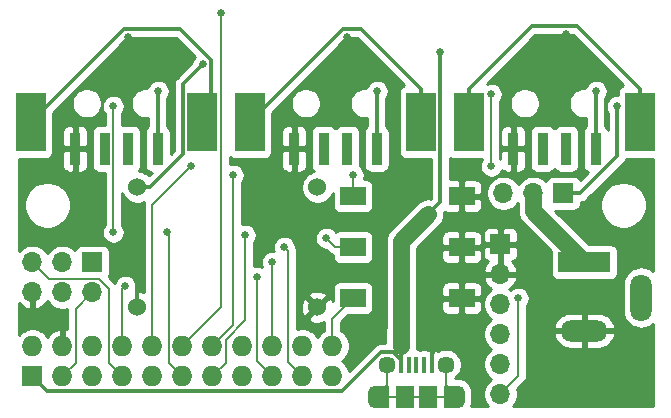
<source format=gtl>
G04 #@! TF.GenerationSoftware,KiCad,Pcbnew,5.1.6-c6e7f7d~87~ubuntu18.04.1*
G04 #@! TF.CreationDate,2020-07-14T22:37:44+02:00*
G04 #@! TF.ProjectId,USB-Exp,5553422d-4578-4702-9e6b-696361645f70,1.0*
G04 #@! TF.SameCoordinates,Original*
G04 #@! TF.FileFunction,Copper,L1,Top*
G04 #@! TF.FilePolarity,Positive*
%FSLAX46Y46*%
G04 Gerber Fmt 4.6, Leading zero omitted, Abs format (unit mm)*
G04 Created by KiCad (PCBNEW 5.1.6-c6e7f7d~87~ubuntu18.04.1) date 2020-07-14 22:37:44*
%MOMM*%
%LPD*%
G01*
G04 APERTURE LIST*
G04 #@! TA.AperFunction,ComponentPad*
%ADD10C,1.524000*%
G04 #@! TD*
G04 #@! TA.AperFunction,SMDPad,CuDef*
%ADD11R,2.180000X1.600000*%
G04 #@! TD*
G04 #@! TA.AperFunction,ComponentPad*
%ADD12O,1.727200X1.727200*%
G04 #@! TD*
G04 #@! TA.AperFunction,ComponentPad*
%ADD13R,1.727200X1.727200*%
G04 #@! TD*
G04 #@! TA.AperFunction,ComponentPad*
%ADD14O,1.700000X1.700000*%
G04 #@! TD*
G04 #@! TA.AperFunction,ComponentPad*
%ADD15R,1.700000X1.700000*%
G04 #@! TD*
G04 #@! TA.AperFunction,SMDPad,CuDef*
%ADD16R,2.500000X5.000000*%
G04 #@! TD*
G04 #@! TA.AperFunction,SMDPad,CuDef*
%ADD17R,0.900000X2.800000*%
G04 #@! TD*
G04 #@! TA.AperFunction,ComponentPad*
%ADD18R,4.400000X1.800000*%
G04 #@! TD*
G04 #@! TA.AperFunction,ComponentPad*
%ADD19O,4.000000X1.800000*%
G04 #@! TD*
G04 #@! TA.AperFunction,ComponentPad*
%ADD20O,1.800000X4.000000*%
G04 #@! TD*
G04 #@! TA.AperFunction,SMDPad,CuDef*
%ADD21R,1.200000X1.900000*%
G04 #@! TD*
G04 #@! TA.AperFunction,ComponentPad*
%ADD22O,1.200000X1.900000*%
G04 #@! TD*
G04 #@! TA.AperFunction,SMDPad,CuDef*
%ADD23R,1.500000X1.900000*%
G04 #@! TD*
G04 #@! TA.AperFunction,ComponentPad*
%ADD24C,1.450000*%
G04 #@! TD*
G04 #@! TA.AperFunction,SMDPad,CuDef*
%ADD25R,0.400000X1.350000*%
G04 #@! TD*
G04 #@! TA.AperFunction,ViaPad*
%ADD26C,0.650000*%
G04 #@! TD*
G04 #@! TA.AperFunction,Conductor*
%ADD27C,0.300000*%
G04 #@! TD*
G04 #@! TA.AperFunction,Conductor*
%ADD28C,0.160000*%
G04 #@! TD*
G04 #@! TA.AperFunction,Conductor*
%ADD29C,1.400000*%
G04 #@! TD*
G04 #@! TA.AperFunction,Conductor*
%ADD30C,0.254000*%
G04 #@! TD*
G04 APERTURE END LIST*
D10*
X60706000Y-75946000D03*
X60706000Y-65786000D03*
X75946000Y-65786000D03*
X75946000Y-75946000D03*
D11*
X78966000Y-75184000D03*
X88166000Y-75184000D03*
X78966000Y-70866000D03*
X88166000Y-70866000D03*
X78966000Y-66548000D03*
X88166000Y-66548000D03*
D12*
X77216000Y-79248000D03*
X77216000Y-81788000D03*
X59436000Y-79248000D03*
X59436000Y-81788000D03*
X56896000Y-79248000D03*
X56896000Y-81788000D03*
X54356000Y-79248000D03*
X54356000Y-81788000D03*
X51816000Y-79248000D03*
D13*
X51816000Y-81788000D03*
D12*
X61976000Y-81788000D03*
X61976000Y-79248000D03*
X64516000Y-81788000D03*
X64516000Y-79248000D03*
X67056000Y-81788000D03*
X67056000Y-79248000D03*
X69596000Y-81788000D03*
X69596000Y-79248000D03*
X72136000Y-81788000D03*
X72136000Y-79248000D03*
X74676000Y-81788000D03*
X74676000Y-79248000D03*
D14*
X91694000Y-66294000D03*
X94234000Y-66294000D03*
D15*
X96774000Y-66294000D03*
D14*
X91440000Y-83312000D03*
X91440000Y-80772000D03*
X91440000Y-78232000D03*
X91440000Y-75692000D03*
X91440000Y-73152000D03*
D15*
X91440000Y-70612000D03*
D14*
X51816000Y-74676000D03*
X51816000Y-72136000D03*
X54356000Y-74676000D03*
X54356000Y-72136000D03*
X56896000Y-74676000D03*
D15*
X56896000Y-72136000D03*
D16*
X88762000Y-60274000D03*
X103262000Y-60274000D03*
D17*
X95012000Y-62524000D03*
X99512000Y-62524000D03*
X97012000Y-62524000D03*
X92512000Y-62524000D03*
D16*
X70220000Y-60274000D03*
X84720000Y-60274000D03*
D17*
X76470000Y-62524000D03*
X80970000Y-62524000D03*
X78470000Y-62524000D03*
X73970000Y-62524000D03*
D16*
X51678000Y-60274000D03*
X66178000Y-60274000D03*
D17*
X57928000Y-62524000D03*
X62428000Y-62524000D03*
X59928000Y-62524000D03*
X55428000Y-62524000D03*
D18*
X98552000Y-72136000D03*
D19*
X98552000Y-77936000D03*
D20*
X103352000Y-75136000D03*
D21*
X81428000Y-83533500D03*
X87228000Y-83533500D03*
D22*
X87828000Y-83533500D03*
X80828000Y-83533500D03*
D23*
X83328000Y-83533500D03*
D24*
X86828000Y-80833500D03*
D25*
X84328000Y-80833500D03*
X84978000Y-80833500D03*
X85628000Y-80833500D03*
X83028000Y-80833500D03*
X83678000Y-80833500D03*
D24*
X81828000Y-80833500D03*
D23*
X85328000Y-83533500D03*
D26*
X78486000Y-53086000D03*
X78486000Y-58928000D03*
X59944000Y-53086000D03*
X59944000Y-58674000D03*
X97028000Y-52832000D03*
X97028000Y-58420000D03*
X83820000Y-69596000D03*
X84582000Y-68834000D03*
X85344000Y-68072000D03*
X101346000Y-58928000D03*
X86360000Y-54356000D03*
X66294000Y-55372000D03*
X62484000Y-57658000D03*
X81026000Y-57658000D03*
X99568000Y-57658000D03*
X70866000Y-73406000D03*
X73152000Y-70866000D03*
X72136000Y-72136000D03*
X59690000Y-74168000D03*
X92964000Y-75184000D03*
X65278000Y-64008000D03*
X90678000Y-64008000D03*
X90678000Y-57912000D03*
X58674000Y-58928000D03*
X63246000Y-69596000D03*
X58674000Y-69596000D03*
X67818000Y-51054000D03*
X69850000Y-69850000D03*
X76708000Y-70104000D03*
X68834000Y-64770000D03*
X78994000Y-64770000D03*
D27*
X85628000Y-80833500D02*
X85628000Y-78964000D01*
X60706000Y-73914000D02*
X60706000Y-75946000D01*
X78486000Y-53086000D02*
X78486000Y-58928000D01*
X59944000Y-53086000D02*
X59944000Y-58674000D01*
X97028000Y-52832000D02*
X97028000Y-58420000D01*
D28*
X81828000Y-82533500D02*
X80828000Y-83533500D01*
X81828000Y-80833500D02*
X81828000Y-82533500D01*
X81428000Y-83533500D02*
X87828000Y-83533500D01*
X86828000Y-82533500D02*
X87828000Y-83533500D01*
X86828000Y-80833500D02*
X86828000Y-82533500D01*
D29*
X83820000Y-69596000D02*
X83058000Y-70358000D01*
X83058000Y-70358000D02*
X83058000Y-77978000D01*
D27*
X83028000Y-78008000D02*
X83058000Y-77978000D01*
D29*
X83028000Y-78008000D02*
X83028000Y-79258499D01*
D27*
X83028000Y-80833500D02*
X83028000Y-79258499D01*
D29*
X83820000Y-69596000D02*
X84582000Y-68834000D01*
X84582000Y-68834000D02*
X85344000Y-68072000D01*
X85344000Y-68072000D02*
X85344000Y-68072000D01*
D27*
X96774000Y-66294000D02*
X96211999Y-65731999D01*
X101346000Y-63170002D02*
X101346000Y-58928000D01*
X96774000Y-66294000D02*
X98222002Y-66294000D01*
X98222002Y-66294000D02*
X101346000Y-63170002D01*
X85344000Y-68072000D02*
X86360000Y-67056000D01*
X86360000Y-67056000D02*
X86360000Y-54356000D01*
X64577999Y-57088001D02*
X66294000Y-55372000D01*
X64577999Y-62991631D02*
X64577999Y-57088001D01*
X60706000Y-65786000D02*
X61783630Y-65786000D01*
X61783630Y-65786000D02*
X64577999Y-62991631D01*
X82344001Y-79758499D02*
X83028000Y-80442498D01*
X81311999Y-79758499D02*
X82344001Y-79758499D01*
X78068897Y-83001601D02*
X81311999Y-79758499D01*
X83028000Y-80442498D02*
X83028000Y-80833500D01*
X53029601Y-83001601D02*
X78068897Y-83001601D01*
X51816000Y-81788000D02*
X53029601Y-83001601D01*
D29*
X94234000Y-67818000D02*
X94234000Y-66294000D01*
X98552000Y-72136000D02*
X94234000Y-67818000D01*
D27*
X66969001Y-55047999D02*
X66969001Y-59482999D01*
X59541001Y-52410999D02*
X64332001Y-52410999D01*
X66969001Y-59482999D02*
X66178000Y-60274000D01*
X64332001Y-52410999D02*
X66969001Y-55047999D01*
X51678000Y-60274000D02*
X59541001Y-52410999D01*
X62428000Y-62524000D02*
X62428000Y-57714000D01*
X62428000Y-57714000D02*
X62484000Y-57658000D01*
X84720000Y-57474000D02*
X84720000Y-60274000D01*
X79656999Y-52410999D02*
X84720000Y-57474000D01*
X78083001Y-52410999D02*
X79656999Y-52410999D01*
X70220000Y-60274000D02*
X78083001Y-52410999D01*
X80970000Y-62524000D02*
X80970000Y-57714000D01*
X80970000Y-57714000D02*
X81026000Y-57658000D01*
X103262000Y-57474000D02*
X103262000Y-60274000D01*
X97944999Y-52156999D02*
X103262000Y-57474000D01*
X94079001Y-52156999D02*
X97944999Y-52156999D01*
X88762000Y-57474000D02*
X94079001Y-52156999D01*
X88762000Y-60274000D02*
X88762000Y-57474000D01*
X99568000Y-62468000D02*
X99512000Y-62524000D01*
X99512000Y-62524000D02*
X99512000Y-57714000D01*
X99512000Y-57714000D02*
X99568000Y-57658000D01*
D28*
X58292399Y-74399997D02*
X58292399Y-80644399D01*
X57438401Y-73545999D02*
X58292399Y-74399997D01*
X58292399Y-80644399D02*
X59436000Y-81788000D01*
X53225999Y-73545999D02*
X57438401Y-73545999D01*
X51816000Y-72136000D02*
X53225999Y-73545999D01*
X70866000Y-80518000D02*
X72136000Y-81788000D01*
X70866000Y-73406000D02*
X70866000Y-80518000D01*
X73476999Y-80588999D02*
X74676000Y-81788000D01*
X73476999Y-71190999D02*
X73476999Y-80588999D01*
X73152000Y-70866000D02*
X73476999Y-71190999D01*
X55499601Y-80644399D02*
X55499601Y-76072399D01*
X55499601Y-76072399D02*
X56896000Y-74676000D01*
X54356000Y-81788000D02*
X55499601Y-80644399D01*
X72136000Y-72136000D02*
X72136000Y-79248000D01*
X59436000Y-79248000D02*
X59436000Y-74422000D01*
X59436000Y-74422000D02*
X59690000Y-74168000D01*
X91440000Y-83312000D02*
X92964000Y-81788000D01*
X92964000Y-81788000D02*
X92964000Y-75184000D01*
X77216000Y-76934000D02*
X78966000Y-75184000D01*
X77216000Y-79248000D02*
X77216000Y-76934000D01*
X61976000Y-79248000D02*
X61976000Y-67310000D01*
X61976000Y-67310000D02*
X65278000Y-64008000D01*
X90678000Y-64008000D02*
X90678000Y-57912000D01*
X64516000Y-81788000D02*
X63372399Y-80644399D01*
X63372399Y-80644399D02*
X63372399Y-76960798D01*
X63372399Y-76960798D02*
X63372399Y-69722399D01*
X63372399Y-69722399D02*
X63246000Y-69596000D01*
X58674000Y-69596000D02*
X58674000Y-58928000D01*
X64516000Y-79248000D02*
X67818000Y-75946000D01*
X67818000Y-75946000D02*
X67818000Y-51054000D01*
X69850000Y-77048672D02*
X69850000Y-69850000D01*
X68199601Y-78699071D02*
X69850000Y-77048672D01*
X67056000Y-81788000D02*
X68199601Y-80644399D01*
X68199601Y-80644399D02*
X68199601Y-78699071D01*
X77470000Y-70866000D02*
X78966000Y-70866000D01*
X76708000Y-70104000D02*
X77470000Y-70866000D01*
X67056000Y-79248000D02*
X68834000Y-77470000D01*
X68834000Y-77470000D02*
X68834000Y-64770000D01*
X78994000Y-66520000D02*
X78966000Y-66548000D01*
X78994000Y-64770000D02*
X78994000Y-66520000D01*
D30*
G36*
X101840341Y-57162499D02*
G01*
X101767820Y-57184498D01*
X101657506Y-57243463D01*
X101560815Y-57322815D01*
X101481463Y-57419506D01*
X101422498Y-57529820D01*
X101386188Y-57649518D01*
X101373928Y-57774000D01*
X101373928Y-57968000D01*
X101251448Y-57968000D01*
X101065978Y-58004892D01*
X100891269Y-58077259D01*
X100734036Y-58182319D01*
X100600319Y-58316036D01*
X100495259Y-58473269D01*
X100422892Y-58647978D01*
X100386000Y-58833448D01*
X100386000Y-59022552D01*
X100422892Y-59208022D01*
X100495259Y-59382731D01*
X100561001Y-59481120D01*
X100561001Y-60911132D01*
X100551502Y-60879820D01*
X100492537Y-60769506D01*
X100413185Y-60672815D01*
X100316494Y-60593463D01*
X100297000Y-60583043D01*
X100297000Y-58286645D01*
X100313681Y-58269964D01*
X100418741Y-58112731D01*
X100491108Y-57938022D01*
X100528000Y-57752552D01*
X100528000Y-57563448D01*
X100491108Y-57377978D01*
X100418741Y-57203269D01*
X100313681Y-57046036D01*
X100179964Y-56912319D01*
X100022731Y-56807259D01*
X99848022Y-56734892D01*
X99662552Y-56698000D01*
X99473448Y-56698000D01*
X99287978Y-56734892D01*
X99113269Y-56807259D01*
X98956036Y-56912319D01*
X98822319Y-57046036D01*
X98717259Y-57203269D01*
X98644892Y-57377978D01*
X98642542Y-57389792D01*
X98638561Y-57389000D01*
X98385439Y-57389000D01*
X98137179Y-57438381D01*
X97903324Y-57535247D01*
X97692860Y-57675875D01*
X97513875Y-57854860D01*
X97373247Y-58065324D01*
X97276381Y-58299179D01*
X97227000Y-58547439D01*
X97227000Y-58800561D01*
X97276381Y-59048821D01*
X97373247Y-59282676D01*
X97513875Y-59493140D01*
X97692860Y-59672125D01*
X97903324Y-59812753D01*
X98137179Y-59909619D01*
X98385439Y-59959000D01*
X98638561Y-59959000D01*
X98727001Y-59941409D01*
X98727000Y-60583043D01*
X98707506Y-60593463D01*
X98610815Y-60672815D01*
X98531463Y-60769506D01*
X98472498Y-60879820D01*
X98436188Y-60999518D01*
X98423928Y-61124000D01*
X98423928Y-63924000D01*
X98436188Y-64048482D01*
X98472498Y-64168180D01*
X98531463Y-64278494D01*
X98610815Y-64375185D01*
X98707506Y-64454537D01*
X98817820Y-64513502D01*
X98874998Y-64530847D01*
X98210897Y-65194947D01*
X98154537Y-65089506D01*
X98075185Y-64992815D01*
X97978494Y-64913463D01*
X97868180Y-64854498D01*
X97748482Y-64818188D01*
X97624000Y-64805928D01*
X95924000Y-64805928D01*
X95799518Y-64818188D01*
X95679820Y-64854498D01*
X95569506Y-64913463D01*
X95472815Y-64992815D01*
X95393463Y-65089506D01*
X95334498Y-65199820D01*
X95312487Y-65272380D01*
X95180632Y-65140525D01*
X94937411Y-64978010D01*
X94667158Y-64866068D01*
X94380260Y-64809000D01*
X94087740Y-64809000D01*
X93800842Y-64866068D01*
X93530589Y-64978010D01*
X93287368Y-65140525D01*
X93080525Y-65347368D01*
X92964000Y-65521760D01*
X92847475Y-65347368D01*
X92640632Y-65140525D01*
X92397411Y-64978010D01*
X92127158Y-64866068D01*
X91840260Y-64809000D01*
X91547740Y-64809000D01*
X91260842Y-64866068D01*
X90990589Y-64978010D01*
X90747368Y-65140525D01*
X90540525Y-65347368D01*
X90378010Y-65590589D01*
X90266068Y-65860842D01*
X90209000Y-66147740D01*
X90209000Y-66440260D01*
X90266068Y-66727158D01*
X90378010Y-66997411D01*
X90540525Y-67240632D01*
X90747368Y-67447475D01*
X90990589Y-67609990D01*
X91260842Y-67721932D01*
X91547740Y-67779000D01*
X91840260Y-67779000D01*
X92127158Y-67721932D01*
X92397411Y-67609990D01*
X92640632Y-67447475D01*
X92847475Y-67240632D01*
X92899000Y-67163519D01*
X92899000Y-67752421D01*
X92892541Y-67818000D01*
X92904201Y-67936384D01*
X92918317Y-68079705D01*
X92994653Y-68331353D01*
X93118618Y-68563274D01*
X93285445Y-68766555D01*
X93336392Y-68808366D01*
X95718420Y-71190394D01*
X95713928Y-71236000D01*
X95713928Y-73036000D01*
X95726188Y-73160482D01*
X95762498Y-73280180D01*
X95821463Y-73390494D01*
X95900815Y-73487185D01*
X95997506Y-73566537D01*
X96107820Y-73625502D01*
X96227518Y-73661812D01*
X96352000Y-73674072D01*
X100752000Y-73674072D01*
X100876482Y-73661812D01*
X100996180Y-73625502D01*
X101106494Y-73566537D01*
X101203185Y-73487185D01*
X101282537Y-73390494D01*
X101341502Y-73280180D01*
X101377812Y-73160482D01*
X101390072Y-73036000D01*
X101390072Y-71236000D01*
X101377812Y-71111518D01*
X101341502Y-70991820D01*
X101282537Y-70881506D01*
X101203185Y-70784815D01*
X101106494Y-70705463D01*
X100996180Y-70646498D01*
X100876482Y-70610188D01*
X100752000Y-70597928D01*
X98901903Y-70597928D01*
X96086046Y-67782072D01*
X97624000Y-67782072D01*
X97748482Y-67769812D01*
X97868180Y-67733502D01*
X97978494Y-67674537D01*
X98075185Y-67595185D01*
X98154537Y-67498494D01*
X98213502Y-67388180D01*
X98249812Y-67268482D01*
X98262072Y-67144000D01*
X98262072Y-67114495D01*
X99869000Y-67114495D01*
X99869000Y-67505505D01*
X99945282Y-67889003D01*
X100094915Y-68250250D01*
X100312149Y-68575364D01*
X100588636Y-68851851D01*
X100913750Y-69069085D01*
X101274997Y-69218718D01*
X101658495Y-69295000D01*
X102049505Y-69295000D01*
X102433003Y-69218718D01*
X102794250Y-69069085D01*
X103119364Y-68851851D01*
X103395851Y-68575364D01*
X103613085Y-68250250D01*
X103762718Y-67889003D01*
X103839000Y-67505505D01*
X103839000Y-67114495D01*
X103762718Y-66730997D01*
X103613085Y-66369750D01*
X103395851Y-66044636D01*
X103119364Y-65768149D01*
X102794250Y-65550915D01*
X102433003Y-65401282D01*
X102049505Y-65325000D01*
X101658495Y-65325000D01*
X101274997Y-65401282D01*
X100913750Y-65550915D01*
X100588636Y-65768149D01*
X100312149Y-66044636D01*
X100094915Y-66369750D01*
X99945282Y-66730997D01*
X99869000Y-67114495D01*
X98262072Y-67114495D01*
X98262072Y-67078851D01*
X98375889Y-67067641D01*
X98523862Y-67022754D01*
X98660235Y-66949862D01*
X98779766Y-66851764D01*
X98804349Y-66821810D01*
X101873817Y-63752343D01*
X101903764Y-63727766D01*
X102001862Y-63608235D01*
X102074754Y-63471862D01*
X102092891Y-63412072D01*
X104340000Y-63412072D01*
X104340001Y-72861088D01*
X104208926Y-72753519D01*
X103942260Y-72610983D01*
X103652912Y-72523210D01*
X103352000Y-72493573D01*
X103051087Y-72523210D01*
X102761739Y-72610983D01*
X102495073Y-72753519D01*
X102261339Y-72945339D01*
X102069519Y-73179074D01*
X101926983Y-73445740D01*
X101839210Y-73735088D01*
X101817000Y-73960593D01*
X101817001Y-76311408D01*
X101839211Y-76536913D01*
X101926984Y-76826261D01*
X102069520Y-77092927D01*
X102261340Y-77326661D01*
X102495074Y-77518481D01*
X102761740Y-77661017D01*
X103051088Y-77748790D01*
X103352000Y-77778427D01*
X103652913Y-77748790D01*
X103942261Y-77661017D01*
X104208927Y-77518481D01*
X104340001Y-77410912D01*
X104340001Y-84340000D01*
X92512107Y-84340000D01*
X92593475Y-84258632D01*
X92755990Y-84015411D01*
X92867932Y-83745158D01*
X92925000Y-83458260D01*
X92925000Y-83165740D01*
X92870651Y-82892511D01*
X93444756Y-82318407D01*
X93472026Y-82296027D01*
X93494407Y-82268756D01*
X93494414Y-82268749D01*
X93561376Y-82187156D01*
X93627769Y-82062944D01*
X93635021Y-82039037D01*
X93668654Y-81928164D01*
X93679000Y-81823120D01*
X93679000Y-81823111D01*
X93682458Y-81788001D01*
X93679000Y-81752891D01*
X93679000Y-78300740D01*
X95960964Y-78300740D01*
X95985245Y-78406087D01*
X96105138Y-78683204D01*
X96276790Y-78931606D01*
X96493604Y-79141748D01*
X96747249Y-79305554D01*
X97027977Y-79416729D01*
X97325000Y-79471000D01*
X98425000Y-79471000D01*
X98425000Y-78063000D01*
X98679000Y-78063000D01*
X98679000Y-79471000D01*
X99779000Y-79471000D01*
X100076023Y-79416729D01*
X100356751Y-79305554D01*
X100610396Y-79141748D01*
X100827210Y-78931606D01*
X100998862Y-78683204D01*
X101118755Y-78406087D01*
X101143036Y-78300740D01*
X101022378Y-78063000D01*
X98679000Y-78063000D01*
X98425000Y-78063000D01*
X96081622Y-78063000D01*
X95960964Y-78300740D01*
X93679000Y-78300740D01*
X93679000Y-77571260D01*
X95960964Y-77571260D01*
X96081622Y-77809000D01*
X98425000Y-77809000D01*
X98425000Y-76401000D01*
X98679000Y-76401000D01*
X98679000Y-77809000D01*
X101022378Y-77809000D01*
X101143036Y-77571260D01*
X101118755Y-77465913D01*
X100998862Y-77188796D01*
X100827210Y-76940394D01*
X100610396Y-76730252D01*
X100356751Y-76566446D01*
X100076023Y-76455271D01*
X99779000Y-76401000D01*
X98679000Y-76401000D01*
X98425000Y-76401000D01*
X97325000Y-76401000D01*
X97027977Y-76455271D01*
X96747249Y-76566446D01*
X96493604Y-76730252D01*
X96276790Y-76940394D01*
X96105138Y-77188796D01*
X95985245Y-77465913D01*
X95960964Y-77571260D01*
X93679000Y-77571260D01*
X93679000Y-75826645D01*
X93709681Y-75795964D01*
X93814741Y-75638731D01*
X93887108Y-75464022D01*
X93924000Y-75278552D01*
X93924000Y-75089448D01*
X93887108Y-74903978D01*
X93814741Y-74729269D01*
X93709681Y-74572036D01*
X93575964Y-74438319D01*
X93418731Y-74333259D01*
X93244022Y-74260892D01*
X93058552Y-74224000D01*
X92869448Y-74224000D01*
X92683978Y-74260892D01*
X92509269Y-74333259D01*
X92352036Y-74438319D01*
X92305824Y-74484531D01*
X92204466Y-74416805D01*
X92321355Y-74347178D01*
X92537588Y-74152269D01*
X92711641Y-73918920D01*
X92836825Y-73656099D01*
X92881476Y-73508890D01*
X92760155Y-73279000D01*
X91567000Y-73279000D01*
X91567000Y-73299000D01*
X91313000Y-73299000D01*
X91313000Y-73279000D01*
X90119845Y-73279000D01*
X89998524Y-73508890D01*
X90043175Y-73656099D01*
X90168359Y-73918920D01*
X90342412Y-74152269D01*
X90558645Y-74347178D01*
X90675534Y-74416805D01*
X90493368Y-74538525D01*
X90286525Y-74745368D01*
X90124010Y-74988589D01*
X90012068Y-75258842D01*
X89955000Y-75545740D01*
X89955000Y-75838260D01*
X90012068Y-76125158D01*
X90124010Y-76395411D01*
X90286525Y-76638632D01*
X90493368Y-76845475D01*
X90667760Y-76962000D01*
X90493368Y-77078525D01*
X90286525Y-77285368D01*
X90124010Y-77528589D01*
X90012068Y-77798842D01*
X89955000Y-78085740D01*
X89955000Y-78378260D01*
X90012068Y-78665158D01*
X90124010Y-78935411D01*
X90286525Y-79178632D01*
X90493368Y-79385475D01*
X90667760Y-79502000D01*
X90493368Y-79618525D01*
X90286525Y-79825368D01*
X90124010Y-80068589D01*
X90012068Y-80338842D01*
X89955000Y-80625740D01*
X89955000Y-80918260D01*
X90012068Y-81205158D01*
X90124010Y-81475411D01*
X90286525Y-81718632D01*
X90493368Y-81925475D01*
X90667760Y-82042000D01*
X90493368Y-82158525D01*
X90286525Y-82365368D01*
X90124010Y-82608589D01*
X90012068Y-82878842D01*
X89955000Y-83165740D01*
X89955000Y-83458260D01*
X90012068Y-83745158D01*
X90124010Y-84015411D01*
X90286525Y-84258632D01*
X90367893Y-84340000D01*
X88980093Y-84340000D01*
X89045130Y-84125601D01*
X89063000Y-83944164D01*
X89063000Y-83122835D01*
X89045130Y-82941398D01*
X88974511Y-82708599D01*
X88859833Y-82494051D01*
X88705502Y-82305998D01*
X88517448Y-82151667D01*
X88302900Y-82036989D01*
X88070101Y-81966370D01*
X87828000Y-81942525D01*
X87798525Y-81945428D01*
X87611817Y-81945428D01*
X87694949Y-81889881D01*
X87884381Y-81700449D01*
X88033216Y-81477701D01*
X88135736Y-81230197D01*
X88188000Y-80967448D01*
X88188000Y-80699552D01*
X88135736Y-80436803D01*
X88033216Y-80189299D01*
X87884381Y-79966551D01*
X87694949Y-79777119D01*
X87472201Y-79628284D01*
X87224697Y-79525764D01*
X86961948Y-79473500D01*
X86694052Y-79473500D01*
X86431303Y-79525764D01*
X86183799Y-79628284D01*
X86182610Y-79629079D01*
X86081576Y-79572979D01*
X85962474Y-79534759D01*
X85859750Y-79523500D01*
X85701000Y-79682250D01*
X85701000Y-79794822D01*
X85629185Y-79707315D01*
X85532494Y-79627963D01*
X85464218Y-79591468D01*
X85396250Y-79523500D01*
X85305120Y-79533488D01*
X85302482Y-79532688D01*
X85178000Y-79520428D01*
X84778000Y-79520428D01*
X84653518Y-79532688D01*
X84653000Y-79532845D01*
X84652482Y-79532688D01*
X84528000Y-79520428D01*
X84343615Y-79520428D01*
X84343683Y-79520205D01*
X84363000Y-79324078D01*
X84363000Y-78274923D01*
X84373683Y-78239706D01*
X84393000Y-78043579D01*
X84393000Y-75984000D01*
X86437928Y-75984000D01*
X86450188Y-76108482D01*
X86486498Y-76228180D01*
X86545463Y-76338494D01*
X86624815Y-76435185D01*
X86721506Y-76514537D01*
X86831820Y-76573502D01*
X86951518Y-76609812D01*
X87076000Y-76622072D01*
X87880250Y-76619000D01*
X88039000Y-76460250D01*
X88039000Y-75311000D01*
X88293000Y-75311000D01*
X88293000Y-76460250D01*
X88451750Y-76619000D01*
X89256000Y-76622072D01*
X89380482Y-76609812D01*
X89500180Y-76573502D01*
X89610494Y-76514537D01*
X89707185Y-76435185D01*
X89786537Y-76338494D01*
X89845502Y-76228180D01*
X89881812Y-76108482D01*
X89894072Y-75984000D01*
X89891000Y-75469750D01*
X89732250Y-75311000D01*
X88293000Y-75311000D01*
X88039000Y-75311000D01*
X86599750Y-75311000D01*
X86441000Y-75469750D01*
X86437928Y-75984000D01*
X84393000Y-75984000D01*
X84393000Y-74384000D01*
X86437928Y-74384000D01*
X86441000Y-74898250D01*
X86599750Y-75057000D01*
X88039000Y-75057000D01*
X88039000Y-73907750D01*
X88293000Y-73907750D01*
X88293000Y-75057000D01*
X89732250Y-75057000D01*
X89891000Y-74898250D01*
X89894072Y-74384000D01*
X89881812Y-74259518D01*
X89845502Y-74139820D01*
X89786537Y-74029506D01*
X89707185Y-73932815D01*
X89610494Y-73853463D01*
X89500180Y-73794498D01*
X89380482Y-73758188D01*
X89256000Y-73745928D01*
X88451750Y-73749000D01*
X88293000Y-73907750D01*
X88039000Y-73907750D01*
X87880250Y-73749000D01*
X87076000Y-73745928D01*
X86951518Y-73758188D01*
X86831820Y-73794498D01*
X86721506Y-73853463D01*
X86624815Y-73932815D01*
X86545463Y-74029506D01*
X86486498Y-74139820D01*
X86450188Y-74259518D01*
X86437928Y-74384000D01*
X84393000Y-74384000D01*
X84393000Y-71666000D01*
X86437928Y-71666000D01*
X86450188Y-71790482D01*
X86486498Y-71910180D01*
X86545463Y-72020494D01*
X86624815Y-72117185D01*
X86721506Y-72196537D01*
X86831820Y-72255502D01*
X86951518Y-72291812D01*
X87076000Y-72304072D01*
X87880250Y-72301000D01*
X88039000Y-72142250D01*
X88039000Y-70993000D01*
X88293000Y-70993000D01*
X88293000Y-72142250D01*
X88451750Y-72301000D01*
X89256000Y-72304072D01*
X89380482Y-72291812D01*
X89500180Y-72255502D01*
X89610494Y-72196537D01*
X89707185Y-72117185D01*
X89786537Y-72020494D01*
X89845502Y-71910180D01*
X89881812Y-71790482D01*
X89894072Y-71666000D01*
X89892854Y-71462000D01*
X89951928Y-71462000D01*
X89964188Y-71586482D01*
X90000498Y-71706180D01*
X90059463Y-71816494D01*
X90138815Y-71913185D01*
X90235506Y-71992537D01*
X90345820Y-72051502D01*
X90426466Y-72075966D01*
X90342412Y-72151731D01*
X90168359Y-72385080D01*
X90043175Y-72647901D01*
X89998524Y-72795110D01*
X90119845Y-73025000D01*
X91313000Y-73025000D01*
X91313000Y-70739000D01*
X91567000Y-70739000D01*
X91567000Y-73025000D01*
X92760155Y-73025000D01*
X92881476Y-72795110D01*
X92836825Y-72647901D01*
X92711641Y-72385080D01*
X92537588Y-72151731D01*
X92453534Y-72075966D01*
X92534180Y-72051502D01*
X92644494Y-71992537D01*
X92741185Y-71913185D01*
X92820537Y-71816494D01*
X92879502Y-71706180D01*
X92915812Y-71586482D01*
X92928072Y-71462000D01*
X92925000Y-70897750D01*
X92766250Y-70739000D01*
X91567000Y-70739000D01*
X91313000Y-70739000D01*
X90113750Y-70739000D01*
X89955000Y-70897750D01*
X89951928Y-71462000D01*
X89892854Y-71462000D01*
X89891000Y-71151750D01*
X89732250Y-70993000D01*
X88293000Y-70993000D01*
X88039000Y-70993000D01*
X86599750Y-70993000D01*
X86441000Y-71151750D01*
X86437928Y-71666000D01*
X84393000Y-71666000D01*
X84393000Y-70910975D01*
X84810359Y-70493616D01*
X84810363Y-70493611D01*
X85237974Y-70066000D01*
X86437928Y-70066000D01*
X86441000Y-70580250D01*
X86599750Y-70739000D01*
X88039000Y-70739000D01*
X88039000Y-69589750D01*
X88293000Y-69589750D01*
X88293000Y-70739000D01*
X89732250Y-70739000D01*
X89891000Y-70580250D01*
X89894072Y-70066000D01*
X89881812Y-69941518D01*
X89845502Y-69821820D01*
X89813528Y-69762000D01*
X89951928Y-69762000D01*
X89955000Y-70326250D01*
X90113750Y-70485000D01*
X91313000Y-70485000D01*
X91313000Y-69285750D01*
X91567000Y-69285750D01*
X91567000Y-70485000D01*
X92766250Y-70485000D01*
X92925000Y-70326250D01*
X92928072Y-69762000D01*
X92915812Y-69637518D01*
X92879502Y-69517820D01*
X92820537Y-69407506D01*
X92741185Y-69310815D01*
X92644494Y-69231463D01*
X92534180Y-69172498D01*
X92414482Y-69136188D01*
X92290000Y-69123928D01*
X91725750Y-69127000D01*
X91567000Y-69285750D01*
X91313000Y-69285750D01*
X91154250Y-69127000D01*
X90590000Y-69123928D01*
X90465518Y-69136188D01*
X90345820Y-69172498D01*
X90235506Y-69231463D01*
X90138815Y-69310815D01*
X90059463Y-69407506D01*
X90000498Y-69517820D01*
X89964188Y-69637518D01*
X89951928Y-69762000D01*
X89813528Y-69762000D01*
X89786537Y-69711506D01*
X89707185Y-69614815D01*
X89610494Y-69535463D01*
X89500180Y-69476498D01*
X89380482Y-69440188D01*
X89256000Y-69427928D01*
X88451750Y-69431000D01*
X88293000Y-69589750D01*
X88039000Y-69589750D01*
X87880250Y-69431000D01*
X87076000Y-69427928D01*
X86951518Y-69440188D01*
X86831820Y-69476498D01*
X86721506Y-69535463D01*
X86624815Y-69614815D01*
X86545463Y-69711506D01*
X86486498Y-69821820D01*
X86450188Y-69941518D01*
X86437928Y-70066000D01*
X85237974Y-70066000D01*
X85572359Y-69731616D01*
X85572363Y-69731611D01*
X86241613Y-69062362D01*
X86292555Y-69020555D01*
X86459382Y-68817275D01*
X86583347Y-68585354D01*
X86659683Y-68333706D01*
X86685459Y-68072000D01*
X86664720Y-67861438D01*
X86680925Y-67845233D01*
X86721506Y-67878537D01*
X86831820Y-67937502D01*
X86951518Y-67973812D01*
X87076000Y-67986072D01*
X87880250Y-67983000D01*
X88039000Y-67824250D01*
X88039000Y-66675000D01*
X88293000Y-66675000D01*
X88293000Y-67824250D01*
X88451750Y-67983000D01*
X89256000Y-67986072D01*
X89380482Y-67973812D01*
X89500180Y-67937502D01*
X89610494Y-67878537D01*
X89707185Y-67799185D01*
X89786537Y-67702494D01*
X89845502Y-67592180D01*
X89881812Y-67472482D01*
X89894072Y-67348000D01*
X89891000Y-66833750D01*
X89732250Y-66675000D01*
X88293000Y-66675000D01*
X88039000Y-66675000D01*
X88019000Y-66675000D01*
X88019000Y-66421000D01*
X88039000Y-66421000D01*
X88039000Y-65271750D01*
X88293000Y-65271750D01*
X88293000Y-66421000D01*
X89732250Y-66421000D01*
X89891000Y-66262250D01*
X89894072Y-65748000D01*
X89881812Y-65623518D01*
X89845502Y-65503820D01*
X89786537Y-65393506D01*
X89707185Y-65296815D01*
X89610494Y-65217463D01*
X89500180Y-65158498D01*
X89380482Y-65122188D01*
X89256000Y-65109928D01*
X88451750Y-65113000D01*
X88293000Y-65271750D01*
X88039000Y-65271750D01*
X87880250Y-65113000D01*
X87145000Y-65110192D01*
X87145000Y-63294274D01*
X87157506Y-63304537D01*
X87267820Y-63363502D01*
X87387518Y-63399812D01*
X87512000Y-63412072D01*
X89921604Y-63412072D01*
X89827259Y-63553269D01*
X89754892Y-63727978D01*
X89718000Y-63913448D01*
X89718000Y-64102552D01*
X89754892Y-64288022D01*
X89827259Y-64462731D01*
X89932319Y-64619964D01*
X90066036Y-64753681D01*
X90223269Y-64858741D01*
X90397978Y-64931108D01*
X90583448Y-64968000D01*
X90772552Y-64968000D01*
X90958022Y-64931108D01*
X91132731Y-64858741D01*
X91289964Y-64753681D01*
X91423681Y-64619964D01*
X91528741Y-64462731D01*
X91580370Y-64338088D01*
X91610815Y-64375185D01*
X91707506Y-64454537D01*
X91817820Y-64513502D01*
X91937518Y-64549812D01*
X92062000Y-64562072D01*
X92226250Y-64559000D01*
X92385000Y-64400250D01*
X92385000Y-62651000D01*
X92639000Y-62651000D01*
X92639000Y-64400250D01*
X92797750Y-64559000D01*
X92962000Y-64562072D01*
X93086482Y-64549812D01*
X93206180Y-64513502D01*
X93316494Y-64454537D01*
X93413185Y-64375185D01*
X93492537Y-64278494D01*
X93551502Y-64168180D01*
X93587812Y-64048482D01*
X93600072Y-63924000D01*
X93597000Y-62809750D01*
X93438250Y-62651000D01*
X92639000Y-62651000D01*
X92385000Y-62651000D01*
X91585750Y-62651000D01*
X91427000Y-62809750D01*
X91425377Y-63398574D01*
X91423681Y-63396036D01*
X91393000Y-63365355D01*
X91393000Y-61124000D01*
X91423928Y-61124000D01*
X91427000Y-62238250D01*
X91585750Y-62397000D01*
X92385000Y-62397000D01*
X92385000Y-60647750D01*
X92639000Y-60647750D01*
X92639000Y-62397000D01*
X93438250Y-62397000D01*
X93597000Y-62238250D01*
X93600072Y-61124000D01*
X93923928Y-61124000D01*
X93923928Y-63924000D01*
X93936188Y-64048482D01*
X93972498Y-64168180D01*
X94031463Y-64278494D01*
X94110815Y-64375185D01*
X94207506Y-64454537D01*
X94317820Y-64513502D01*
X94437518Y-64549812D01*
X94562000Y-64562072D01*
X95462000Y-64562072D01*
X95586482Y-64549812D01*
X95706180Y-64513502D01*
X95816494Y-64454537D01*
X95913185Y-64375185D01*
X95992537Y-64278494D01*
X96012000Y-64242082D01*
X96031463Y-64278494D01*
X96110815Y-64375185D01*
X96207506Y-64454537D01*
X96317820Y-64513502D01*
X96437518Y-64549812D01*
X96562000Y-64562072D01*
X97462000Y-64562072D01*
X97586482Y-64549812D01*
X97706180Y-64513502D01*
X97816494Y-64454537D01*
X97913185Y-64375185D01*
X97992537Y-64278494D01*
X98051502Y-64168180D01*
X98087812Y-64048482D01*
X98100072Y-63924000D01*
X98100072Y-61124000D01*
X98087812Y-60999518D01*
X98051502Y-60879820D01*
X97992537Y-60769506D01*
X97913185Y-60672815D01*
X97816494Y-60593463D01*
X97706180Y-60534498D01*
X97586482Y-60498188D01*
X97462000Y-60485928D01*
X96562000Y-60485928D01*
X96437518Y-60498188D01*
X96317820Y-60534498D01*
X96207506Y-60593463D01*
X96110815Y-60672815D01*
X96031463Y-60769506D01*
X96012000Y-60805918D01*
X95992537Y-60769506D01*
X95913185Y-60672815D01*
X95816494Y-60593463D01*
X95706180Y-60534498D01*
X95586482Y-60498188D01*
X95462000Y-60485928D01*
X94562000Y-60485928D01*
X94437518Y-60498188D01*
X94317820Y-60534498D01*
X94207506Y-60593463D01*
X94110815Y-60672815D01*
X94031463Y-60769506D01*
X93972498Y-60879820D01*
X93936188Y-60999518D01*
X93923928Y-61124000D01*
X93600072Y-61124000D01*
X93587812Y-60999518D01*
X93551502Y-60879820D01*
X93492537Y-60769506D01*
X93413185Y-60672815D01*
X93316494Y-60593463D01*
X93206180Y-60534498D01*
X93086482Y-60498188D01*
X92962000Y-60485928D01*
X92797750Y-60489000D01*
X92639000Y-60647750D01*
X92385000Y-60647750D01*
X92226250Y-60489000D01*
X92062000Y-60485928D01*
X91937518Y-60498188D01*
X91817820Y-60534498D01*
X91707506Y-60593463D01*
X91610815Y-60672815D01*
X91531463Y-60769506D01*
X91472498Y-60879820D01*
X91436188Y-60999518D01*
X91423928Y-61124000D01*
X91393000Y-61124000D01*
X91393000Y-58554645D01*
X91400206Y-58547439D01*
X92227000Y-58547439D01*
X92227000Y-58800561D01*
X92276381Y-59048821D01*
X92373247Y-59282676D01*
X92513875Y-59493140D01*
X92692860Y-59672125D01*
X92903324Y-59812753D01*
X93137179Y-59909619D01*
X93385439Y-59959000D01*
X93638561Y-59959000D01*
X93886821Y-59909619D01*
X94120676Y-59812753D01*
X94331140Y-59672125D01*
X94510125Y-59493140D01*
X94650753Y-59282676D01*
X94747619Y-59048821D01*
X94797000Y-58800561D01*
X94797000Y-58547439D01*
X94747619Y-58299179D01*
X94650753Y-58065324D01*
X94510125Y-57854860D01*
X94331140Y-57675875D01*
X94120676Y-57535247D01*
X93886821Y-57438381D01*
X93638561Y-57389000D01*
X93385439Y-57389000D01*
X93137179Y-57438381D01*
X92903324Y-57535247D01*
X92692860Y-57675875D01*
X92513875Y-57854860D01*
X92373247Y-58065324D01*
X92276381Y-58299179D01*
X92227000Y-58547439D01*
X91400206Y-58547439D01*
X91423681Y-58523964D01*
X91528741Y-58366731D01*
X91601108Y-58192022D01*
X91638000Y-58006552D01*
X91638000Y-57817448D01*
X91601108Y-57631978D01*
X91528741Y-57457269D01*
X91423681Y-57300036D01*
X91289964Y-57166319D01*
X91132731Y-57061259D01*
X90958022Y-56988892D01*
X90772552Y-56952000D01*
X90583448Y-56952000D01*
X90397978Y-56988892D01*
X90328477Y-57017680D01*
X94404159Y-52941999D01*
X97619842Y-52941999D01*
X101840341Y-57162499D01*
G37*
X101840341Y-57162499D02*
X101767820Y-57184498D01*
X101657506Y-57243463D01*
X101560815Y-57322815D01*
X101481463Y-57419506D01*
X101422498Y-57529820D01*
X101386188Y-57649518D01*
X101373928Y-57774000D01*
X101373928Y-57968000D01*
X101251448Y-57968000D01*
X101065978Y-58004892D01*
X100891269Y-58077259D01*
X100734036Y-58182319D01*
X100600319Y-58316036D01*
X100495259Y-58473269D01*
X100422892Y-58647978D01*
X100386000Y-58833448D01*
X100386000Y-59022552D01*
X100422892Y-59208022D01*
X100495259Y-59382731D01*
X100561001Y-59481120D01*
X100561001Y-60911132D01*
X100551502Y-60879820D01*
X100492537Y-60769506D01*
X100413185Y-60672815D01*
X100316494Y-60593463D01*
X100297000Y-60583043D01*
X100297000Y-58286645D01*
X100313681Y-58269964D01*
X100418741Y-58112731D01*
X100491108Y-57938022D01*
X100528000Y-57752552D01*
X100528000Y-57563448D01*
X100491108Y-57377978D01*
X100418741Y-57203269D01*
X100313681Y-57046036D01*
X100179964Y-56912319D01*
X100022731Y-56807259D01*
X99848022Y-56734892D01*
X99662552Y-56698000D01*
X99473448Y-56698000D01*
X99287978Y-56734892D01*
X99113269Y-56807259D01*
X98956036Y-56912319D01*
X98822319Y-57046036D01*
X98717259Y-57203269D01*
X98644892Y-57377978D01*
X98642542Y-57389792D01*
X98638561Y-57389000D01*
X98385439Y-57389000D01*
X98137179Y-57438381D01*
X97903324Y-57535247D01*
X97692860Y-57675875D01*
X97513875Y-57854860D01*
X97373247Y-58065324D01*
X97276381Y-58299179D01*
X97227000Y-58547439D01*
X97227000Y-58800561D01*
X97276381Y-59048821D01*
X97373247Y-59282676D01*
X97513875Y-59493140D01*
X97692860Y-59672125D01*
X97903324Y-59812753D01*
X98137179Y-59909619D01*
X98385439Y-59959000D01*
X98638561Y-59959000D01*
X98727001Y-59941409D01*
X98727000Y-60583043D01*
X98707506Y-60593463D01*
X98610815Y-60672815D01*
X98531463Y-60769506D01*
X98472498Y-60879820D01*
X98436188Y-60999518D01*
X98423928Y-61124000D01*
X98423928Y-63924000D01*
X98436188Y-64048482D01*
X98472498Y-64168180D01*
X98531463Y-64278494D01*
X98610815Y-64375185D01*
X98707506Y-64454537D01*
X98817820Y-64513502D01*
X98874998Y-64530847D01*
X98210897Y-65194947D01*
X98154537Y-65089506D01*
X98075185Y-64992815D01*
X97978494Y-64913463D01*
X97868180Y-64854498D01*
X97748482Y-64818188D01*
X97624000Y-64805928D01*
X95924000Y-64805928D01*
X95799518Y-64818188D01*
X95679820Y-64854498D01*
X95569506Y-64913463D01*
X95472815Y-64992815D01*
X95393463Y-65089506D01*
X95334498Y-65199820D01*
X95312487Y-65272380D01*
X95180632Y-65140525D01*
X94937411Y-64978010D01*
X94667158Y-64866068D01*
X94380260Y-64809000D01*
X94087740Y-64809000D01*
X93800842Y-64866068D01*
X93530589Y-64978010D01*
X93287368Y-65140525D01*
X93080525Y-65347368D01*
X92964000Y-65521760D01*
X92847475Y-65347368D01*
X92640632Y-65140525D01*
X92397411Y-64978010D01*
X92127158Y-64866068D01*
X91840260Y-64809000D01*
X91547740Y-64809000D01*
X91260842Y-64866068D01*
X90990589Y-64978010D01*
X90747368Y-65140525D01*
X90540525Y-65347368D01*
X90378010Y-65590589D01*
X90266068Y-65860842D01*
X90209000Y-66147740D01*
X90209000Y-66440260D01*
X90266068Y-66727158D01*
X90378010Y-66997411D01*
X90540525Y-67240632D01*
X90747368Y-67447475D01*
X90990589Y-67609990D01*
X91260842Y-67721932D01*
X91547740Y-67779000D01*
X91840260Y-67779000D01*
X92127158Y-67721932D01*
X92397411Y-67609990D01*
X92640632Y-67447475D01*
X92847475Y-67240632D01*
X92899000Y-67163519D01*
X92899000Y-67752421D01*
X92892541Y-67818000D01*
X92904201Y-67936384D01*
X92918317Y-68079705D01*
X92994653Y-68331353D01*
X93118618Y-68563274D01*
X93285445Y-68766555D01*
X93336392Y-68808366D01*
X95718420Y-71190394D01*
X95713928Y-71236000D01*
X95713928Y-73036000D01*
X95726188Y-73160482D01*
X95762498Y-73280180D01*
X95821463Y-73390494D01*
X95900815Y-73487185D01*
X95997506Y-73566537D01*
X96107820Y-73625502D01*
X96227518Y-73661812D01*
X96352000Y-73674072D01*
X100752000Y-73674072D01*
X100876482Y-73661812D01*
X100996180Y-73625502D01*
X101106494Y-73566537D01*
X101203185Y-73487185D01*
X101282537Y-73390494D01*
X101341502Y-73280180D01*
X101377812Y-73160482D01*
X101390072Y-73036000D01*
X101390072Y-71236000D01*
X101377812Y-71111518D01*
X101341502Y-70991820D01*
X101282537Y-70881506D01*
X101203185Y-70784815D01*
X101106494Y-70705463D01*
X100996180Y-70646498D01*
X100876482Y-70610188D01*
X100752000Y-70597928D01*
X98901903Y-70597928D01*
X96086046Y-67782072D01*
X97624000Y-67782072D01*
X97748482Y-67769812D01*
X97868180Y-67733502D01*
X97978494Y-67674537D01*
X98075185Y-67595185D01*
X98154537Y-67498494D01*
X98213502Y-67388180D01*
X98249812Y-67268482D01*
X98262072Y-67144000D01*
X98262072Y-67114495D01*
X99869000Y-67114495D01*
X99869000Y-67505505D01*
X99945282Y-67889003D01*
X100094915Y-68250250D01*
X100312149Y-68575364D01*
X100588636Y-68851851D01*
X100913750Y-69069085D01*
X101274997Y-69218718D01*
X101658495Y-69295000D01*
X102049505Y-69295000D01*
X102433003Y-69218718D01*
X102794250Y-69069085D01*
X103119364Y-68851851D01*
X103395851Y-68575364D01*
X103613085Y-68250250D01*
X103762718Y-67889003D01*
X103839000Y-67505505D01*
X103839000Y-67114495D01*
X103762718Y-66730997D01*
X103613085Y-66369750D01*
X103395851Y-66044636D01*
X103119364Y-65768149D01*
X102794250Y-65550915D01*
X102433003Y-65401282D01*
X102049505Y-65325000D01*
X101658495Y-65325000D01*
X101274997Y-65401282D01*
X100913750Y-65550915D01*
X100588636Y-65768149D01*
X100312149Y-66044636D01*
X100094915Y-66369750D01*
X99945282Y-66730997D01*
X99869000Y-67114495D01*
X98262072Y-67114495D01*
X98262072Y-67078851D01*
X98375889Y-67067641D01*
X98523862Y-67022754D01*
X98660235Y-66949862D01*
X98779766Y-66851764D01*
X98804349Y-66821810D01*
X101873817Y-63752343D01*
X101903764Y-63727766D01*
X102001862Y-63608235D01*
X102074754Y-63471862D01*
X102092891Y-63412072D01*
X104340000Y-63412072D01*
X104340001Y-72861088D01*
X104208926Y-72753519D01*
X103942260Y-72610983D01*
X103652912Y-72523210D01*
X103352000Y-72493573D01*
X103051087Y-72523210D01*
X102761739Y-72610983D01*
X102495073Y-72753519D01*
X102261339Y-72945339D01*
X102069519Y-73179074D01*
X101926983Y-73445740D01*
X101839210Y-73735088D01*
X101817000Y-73960593D01*
X101817001Y-76311408D01*
X101839211Y-76536913D01*
X101926984Y-76826261D01*
X102069520Y-77092927D01*
X102261340Y-77326661D01*
X102495074Y-77518481D01*
X102761740Y-77661017D01*
X103051088Y-77748790D01*
X103352000Y-77778427D01*
X103652913Y-77748790D01*
X103942261Y-77661017D01*
X104208927Y-77518481D01*
X104340001Y-77410912D01*
X104340001Y-84340000D01*
X92512107Y-84340000D01*
X92593475Y-84258632D01*
X92755990Y-84015411D01*
X92867932Y-83745158D01*
X92925000Y-83458260D01*
X92925000Y-83165740D01*
X92870651Y-82892511D01*
X93444756Y-82318407D01*
X93472026Y-82296027D01*
X93494407Y-82268756D01*
X93494414Y-82268749D01*
X93561376Y-82187156D01*
X93627769Y-82062944D01*
X93635021Y-82039037D01*
X93668654Y-81928164D01*
X93679000Y-81823120D01*
X93679000Y-81823111D01*
X93682458Y-81788001D01*
X93679000Y-81752891D01*
X93679000Y-78300740D01*
X95960964Y-78300740D01*
X95985245Y-78406087D01*
X96105138Y-78683204D01*
X96276790Y-78931606D01*
X96493604Y-79141748D01*
X96747249Y-79305554D01*
X97027977Y-79416729D01*
X97325000Y-79471000D01*
X98425000Y-79471000D01*
X98425000Y-78063000D01*
X98679000Y-78063000D01*
X98679000Y-79471000D01*
X99779000Y-79471000D01*
X100076023Y-79416729D01*
X100356751Y-79305554D01*
X100610396Y-79141748D01*
X100827210Y-78931606D01*
X100998862Y-78683204D01*
X101118755Y-78406087D01*
X101143036Y-78300740D01*
X101022378Y-78063000D01*
X98679000Y-78063000D01*
X98425000Y-78063000D01*
X96081622Y-78063000D01*
X95960964Y-78300740D01*
X93679000Y-78300740D01*
X93679000Y-77571260D01*
X95960964Y-77571260D01*
X96081622Y-77809000D01*
X98425000Y-77809000D01*
X98425000Y-76401000D01*
X98679000Y-76401000D01*
X98679000Y-77809000D01*
X101022378Y-77809000D01*
X101143036Y-77571260D01*
X101118755Y-77465913D01*
X100998862Y-77188796D01*
X100827210Y-76940394D01*
X100610396Y-76730252D01*
X100356751Y-76566446D01*
X100076023Y-76455271D01*
X99779000Y-76401000D01*
X98679000Y-76401000D01*
X98425000Y-76401000D01*
X97325000Y-76401000D01*
X97027977Y-76455271D01*
X96747249Y-76566446D01*
X96493604Y-76730252D01*
X96276790Y-76940394D01*
X96105138Y-77188796D01*
X95985245Y-77465913D01*
X95960964Y-77571260D01*
X93679000Y-77571260D01*
X93679000Y-75826645D01*
X93709681Y-75795964D01*
X93814741Y-75638731D01*
X93887108Y-75464022D01*
X93924000Y-75278552D01*
X93924000Y-75089448D01*
X93887108Y-74903978D01*
X93814741Y-74729269D01*
X93709681Y-74572036D01*
X93575964Y-74438319D01*
X93418731Y-74333259D01*
X93244022Y-74260892D01*
X93058552Y-74224000D01*
X92869448Y-74224000D01*
X92683978Y-74260892D01*
X92509269Y-74333259D01*
X92352036Y-74438319D01*
X92305824Y-74484531D01*
X92204466Y-74416805D01*
X92321355Y-74347178D01*
X92537588Y-74152269D01*
X92711641Y-73918920D01*
X92836825Y-73656099D01*
X92881476Y-73508890D01*
X92760155Y-73279000D01*
X91567000Y-73279000D01*
X91567000Y-73299000D01*
X91313000Y-73299000D01*
X91313000Y-73279000D01*
X90119845Y-73279000D01*
X89998524Y-73508890D01*
X90043175Y-73656099D01*
X90168359Y-73918920D01*
X90342412Y-74152269D01*
X90558645Y-74347178D01*
X90675534Y-74416805D01*
X90493368Y-74538525D01*
X90286525Y-74745368D01*
X90124010Y-74988589D01*
X90012068Y-75258842D01*
X89955000Y-75545740D01*
X89955000Y-75838260D01*
X90012068Y-76125158D01*
X90124010Y-76395411D01*
X90286525Y-76638632D01*
X90493368Y-76845475D01*
X90667760Y-76962000D01*
X90493368Y-77078525D01*
X90286525Y-77285368D01*
X90124010Y-77528589D01*
X90012068Y-77798842D01*
X89955000Y-78085740D01*
X89955000Y-78378260D01*
X90012068Y-78665158D01*
X90124010Y-78935411D01*
X90286525Y-79178632D01*
X90493368Y-79385475D01*
X90667760Y-79502000D01*
X90493368Y-79618525D01*
X90286525Y-79825368D01*
X90124010Y-80068589D01*
X90012068Y-80338842D01*
X89955000Y-80625740D01*
X89955000Y-80918260D01*
X90012068Y-81205158D01*
X90124010Y-81475411D01*
X90286525Y-81718632D01*
X90493368Y-81925475D01*
X90667760Y-82042000D01*
X90493368Y-82158525D01*
X90286525Y-82365368D01*
X90124010Y-82608589D01*
X90012068Y-82878842D01*
X89955000Y-83165740D01*
X89955000Y-83458260D01*
X90012068Y-83745158D01*
X90124010Y-84015411D01*
X90286525Y-84258632D01*
X90367893Y-84340000D01*
X88980093Y-84340000D01*
X89045130Y-84125601D01*
X89063000Y-83944164D01*
X89063000Y-83122835D01*
X89045130Y-82941398D01*
X88974511Y-82708599D01*
X88859833Y-82494051D01*
X88705502Y-82305998D01*
X88517448Y-82151667D01*
X88302900Y-82036989D01*
X88070101Y-81966370D01*
X87828000Y-81942525D01*
X87798525Y-81945428D01*
X87611817Y-81945428D01*
X87694949Y-81889881D01*
X87884381Y-81700449D01*
X88033216Y-81477701D01*
X88135736Y-81230197D01*
X88188000Y-80967448D01*
X88188000Y-80699552D01*
X88135736Y-80436803D01*
X88033216Y-80189299D01*
X87884381Y-79966551D01*
X87694949Y-79777119D01*
X87472201Y-79628284D01*
X87224697Y-79525764D01*
X86961948Y-79473500D01*
X86694052Y-79473500D01*
X86431303Y-79525764D01*
X86183799Y-79628284D01*
X86182610Y-79629079D01*
X86081576Y-79572979D01*
X85962474Y-79534759D01*
X85859750Y-79523500D01*
X85701000Y-79682250D01*
X85701000Y-79794822D01*
X85629185Y-79707315D01*
X85532494Y-79627963D01*
X85464218Y-79591468D01*
X85396250Y-79523500D01*
X85305120Y-79533488D01*
X85302482Y-79532688D01*
X85178000Y-79520428D01*
X84778000Y-79520428D01*
X84653518Y-79532688D01*
X84653000Y-79532845D01*
X84652482Y-79532688D01*
X84528000Y-79520428D01*
X84343615Y-79520428D01*
X84343683Y-79520205D01*
X84363000Y-79324078D01*
X84363000Y-78274923D01*
X84373683Y-78239706D01*
X84393000Y-78043579D01*
X84393000Y-75984000D01*
X86437928Y-75984000D01*
X86450188Y-76108482D01*
X86486498Y-76228180D01*
X86545463Y-76338494D01*
X86624815Y-76435185D01*
X86721506Y-76514537D01*
X86831820Y-76573502D01*
X86951518Y-76609812D01*
X87076000Y-76622072D01*
X87880250Y-76619000D01*
X88039000Y-76460250D01*
X88039000Y-75311000D01*
X88293000Y-75311000D01*
X88293000Y-76460250D01*
X88451750Y-76619000D01*
X89256000Y-76622072D01*
X89380482Y-76609812D01*
X89500180Y-76573502D01*
X89610494Y-76514537D01*
X89707185Y-76435185D01*
X89786537Y-76338494D01*
X89845502Y-76228180D01*
X89881812Y-76108482D01*
X89894072Y-75984000D01*
X89891000Y-75469750D01*
X89732250Y-75311000D01*
X88293000Y-75311000D01*
X88039000Y-75311000D01*
X86599750Y-75311000D01*
X86441000Y-75469750D01*
X86437928Y-75984000D01*
X84393000Y-75984000D01*
X84393000Y-74384000D01*
X86437928Y-74384000D01*
X86441000Y-74898250D01*
X86599750Y-75057000D01*
X88039000Y-75057000D01*
X88039000Y-73907750D01*
X88293000Y-73907750D01*
X88293000Y-75057000D01*
X89732250Y-75057000D01*
X89891000Y-74898250D01*
X89894072Y-74384000D01*
X89881812Y-74259518D01*
X89845502Y-74139820D01*
X89786537Y-74029506D01*
X89707185Y-73932815D01*
X89610494Y-73853463D01*
X89500180Y-73794498D01*
X89380482Y-73758188D01*
X89256000Y-73745928D01*
X88451750Y-73749000D01*
X88293000Y-73907750D01*
X88039000Y-73907750D01*
X87880250Y-73749000D01*
X87076000Y-73745928D01*
X86951518Y-73758188D01*
X86831820Y-73794498D01*
X86721506Y-73853463D01*
X86624815Y-73932815D01*
X86545463Y-74029506D01*
X86486498Y-74139820D01*
X86450188Y-74259518D01*
X86437928Y-74384000D01*
X84393000Y-74384000D01*
X84393000Y-71666000D01*
X86437928Y-71666000D01*
X86450188Y-71790482D01*
X86486498Y-71910180D01*
X86545463Y-72020494D01*
X86624815Y-72117185D01*
X86721506Y-72196537D01*
X86831820Y-72255502D01*
X86951518Y-72291812D01*
X87076000Y-72304072D01*
X87880250Y-72301000D01*
X88039000Y-72142250D01*
X88039000Y-70993000D01*
X88293000Y-70993000D01*
X88293000Y-72142250D01*
X88451750Y-72301000D01*
X89256000Y-72304072D01*
X89380482Y-72291812D01*
X89500180Y-72255502D01*
X89610494Y-72196537D01*
X89707185Y-72117185D01*
X89786537Y-72020494D01*
X89845502Y-71910180D01*
X89881812Y-71790482D01*
X89894072Y-71666000D01*
X89892854Y-71462000D01*
X89951928Y-71462000D01*
X89964188Y-71586482D01*
X90000498Y-71706180D01*
X90059463Y-71816494D01*
X90138815Y-71913185D01*
X90235506Y-71992537D01*
X90345820Y-72051502D01*
X90426466Y-72075966D01*
X90342412Y-72151731D01*
X90168359Y-72385080D01*
X90043175Y-72647901D01*
X89998524Y-72795110D01*
X90119845Y-73025000D01*
X91313000Y-73025000D01*
X91313000Y-70739000D01*
X91567000Y-70739000D01*
X91567000Y-73025000D01*
X92760155Y-73025000D01*
X92881476Y-72795110D01*
X92836825Y-72647901D01*
X92711641Y-72385080D01*
X92537588Y-72151731D01*
X92453534Y-72075966D01*
X92534180Y-72051502D01*
X92644494Y-71992537D01*
X92741185Y-71913185D01*
X92820537Y-71816494D01*
X92879502Y-71706180D01*
X92915812Y-71586482D01*
X92928072Y-71462000D01*
X92925000Y-70897750D01*
X92766250Y-70739000D01*
X91567000Y-70739000D01*
X91313000Y-70739000D01*
X90113750Y-70739000D01*
X89955000Y-70897750D01*
X89951928Y-71462000D01*
X89892854Y-71462000D01*
X89891000Y-71151750D01*
X89732250Y-70993000D01*
X88293000Y-70993000D01*
X88039000Y-70993000D01*
X86599750Y-70993000D01*
X86441000Y-71151750D01*
X86437928Y-71666000D01*
X84393000Y-71666000D01*
X84393000Y-70910975D01*
X84810359Y-70493616D01*
X84810363Y-70493611D01*
X85237974Y-70066000D01*
X86437928Y-70066000D01*
X86441000Y-70580250D01*
X86599750Y-70739000D01*
X88039000Y-70739000D01*
X88039000Y-69589750D01*
X88293000Y-69589750D01*
X88293000Y-70739000D01*
X89732250Y-70739000D01*
X89891000Y-70580250D01*
X89894072Y-70066000D01*
X89881812Y-69941518D01*
X89845502Y-69821820D01*
X89813528Y-69762000D01*
X89951928Y-69762000D01*
X89955000Y-70326250D01*
X90113750Y-70485000D01*
X91313000Y-70485000D01*
X91313000Y-69285750D01*
X91567000Y-69285750D01*
X91567000Y-70485000D01*
X92766250Y-70485000D01*
X92925000Y-70326250D01*
X92928072Y-69762000D01*
X92915812Y-69637518D01*
X92879502Y-69517820D01*
X92820537Y-69407506D01*
X92741185Y-69310815D01*
X92644494Y-69231463D01*
X92534180Y-69172498D01*
X92414482Y-69136188D01*
X92290000Y-69123928D01*
X91725750Y-69127000D01*
X91567000Y-69285750D01*
X91313000Y-69285750D01*
X91154250Y-69127000D01*
X90590000Y-69123928D01*
X90465518Y-69136188D01*
X90345820Y-69172498D01*
X90235506Y-69231463D01*
X90138815Y-69310815D01*
X90059463Y-69407506D01*
X90000498Y-69517820D01*
X89964188Y-69637518D01*
X89951928Y-69762000D01*
X89813528Y-69762000D01*
X89786537Y-69711506D01*
X89707185Y-69614815D01*
X89610494Y-69535463D01*
X89500180Y-69476498D01*
X89380482Y-69440188D01*
X89256000Y-69427928D01*
X88451750Y-69431000D01*
X88293000Y-69589750D01*
X88039000Y-69589750D01*
X87880250Y-69431000D01*
X87076000Y-69427928D01*
X86951518Y-69440188D01*
X86831820Y-69476498D01*
X86721506Y-69535463D01*
X86624815Y-69614815D01*
X86545463Y-69711506D01*
X86486498Y-69821820D01*
X86450188Y-69941518D01*
X86437928Y-70066000D01*
X85237974Y-70066000D01*
X85572359Y-69731616D01*
X85572363Y-69731611D01*
X86241613Y-69062362D01*
X86292555Y-69020555D01*
X86459382Y-68817275D01*
X86583347Y-68585354D01*
X86659683Y-68333706D01*
X86685459Y-68072000D01*
X86664720Y-67861438D01*
X86680925Y-67845233D01*
X86721506Y-67878537D01*
X86831820Y-67937502D01*
X86951518Y-67973812D01*
X87076000Y-67986072D01*
X87880250Y-67983000D01*
X88039000Y-67824250D01*
X88039000Y-66675000D01*
X88293000Y-66675000D01*
X88293000Y-67824250D01*
X88451750Y-67983000D01*
X89256000Y-67986072D01*
X89380482Y-67973812D01*
X89500180Y-67937502D01*
X89610494Y-67878537D01*
X89707185Y-67799185D01*
X89786537Y-67702494D01*
X89845502Y-67592180D01*
X89881812Y-67472482D01*
X89894072Y-67348000D01*
X89891000Y-66833750D01*
X89732250Y-66675000D01*
X88293000Y-66675000D01*
X88039000Y-66675000D01*
X88019000Y-66675000D01*
X88019000Y-66421000D01*
X88039000Y-66421000D01*
X88039000Y-65271750D01*
X88293000Y-65271750D01*
X88293000Y-66421000D01*
X89732250Y-66421000D01*
X89891000Y-66262250D01*
X89894072Y-65748000D01*
X89881812Y-65623518D01*
X89845502Y-65503820D01*
X89786537Y-65393506D01*
X89707185Y-65296815D01*
X89610494Y-65217463D01*
X89500180Y-65158498D01*
X89380482Y-65122188D01*
X89256000Y-65109928D01*
X88451750Y-65113000D01*
X88293000Y-65271750D01*
X88039000Y-65271750D01*
X87880250Y-65113000D01*
X87145000Y-65110192D01*
X87145000Y-63294274D01*
X87157506Y-63304537D01*
X87267820Y-63363502D01*
X87387518Y-63399812D01*
X87512000Y-63412072D01*
X89921604Y-63412072D01*
X89827259Y-63553269D01*
X89754892Y-63727978D01*
X89718000Y-63913448D01*
X89718000Y-64102552D01*
X89754892Y-64288022D01*
X89827259Y-64462731D01*
X89932319Y-64619964D01*
X90066036Y-64753681D01*
X90223269Y-64858741D01*
X90397978Y-64931108D01*
X90583448Y-64968000D01*
X90772552Y-64968000D01*
X90958022Y-64931108D01*
X91132731Y-64858741D01*
X91289964Y-64753681D01*
X91423681Y-64619964D01*
X91528741Y-64462731D01*
X91580370Y-64338088D01*
X91610815Y-64375185D01*
X91707506Y-64454537D01*
X91817820Y-64513502D01*
X91937518Y-64549812D01*
X92062000Y-64562072D01*
X92226250Y-64559000D01*
X92385000Y-64400250D01*
X92385000Y-62651000D01*
X92639000Y-62651000D01*
X92639000Y-64400250D01*
X92797750Y-64559000D01*
X92962000Y-64562072D01*
X93086482Y-64549812D01*
X93206180Y-64513502D01*
X93316494Y-64454537D01*
X93413185Y-64375185D01*
X93492537Y-64278494D01*
X93551502Y-64168180D01*
X93587812Y-64048482D01*
X93600072Y-63924000D01*
X93597000Y-62809750D01*
X93438250Y-62651000D01*
X92639000Y-62651000D01*
X92385000Y-62651000D01*
X91585750Y-62651000D01*
X91427000Y-62809750D01*
X91425377Y-63398574D01*
X91423681Y-63396036D01*
X91393000Y-63365355D01*
X91393000Y-61124000D01*
X91423928Y-61124000D01*
X91427000Y-62238250D01*
X91585750Y-62397000D01*
X92385000Y-62397000D01*
X92385000Y-60647750D01*
X92639000Y-60647750D01*
X92639000Y-62397000D01*
X93438250Y-62397000D01*
X93597000Y-62238250D01*
X93600072Y-61124000D01*
X93923928Y-61124000D01*
X93923928Y-63924000D01*
X93936188Y-64048482D01*
X93972498Y-64168180D01*
X94031463Y-64278494D01*
X94110815Y-64375185D01*
X94207506Y-64454537D01*
X94317820Y-64513502D01*
X94437518Y-64549812D01*
X94562000Y-64562072D01*
X95462000Y-64562072D01*
X95586482Y-64549812D01*
X95706180Y-64513502D01*
X95816494Y-64454537D01*
X95913185Y-64375185D01*
X95992537Y-64278494D01*
X96012000Y-64242082D01*
X96031463Y-64278494D01*
X96110815Y-64375185D01*
X96207506Y-64454537D01*
X96317820Y-64513502D01*
X96437518Y-64549812D01*
X96562000Y-64562072D01*
X97462000Y-64562072D01*
X97586482Y-64549812D01*
X97706180Y-64513502D01*
X97816494Y-64454537D01*
X97913185Y-64375185D01*
X97992537Y-64278494D01*
X98051502Y-64168180D01*
X98087812Y-64048482D01*
X98100072Y-63924000D01*
X98100072Y-61124000D01*
X98087812Y-60999518D01*
X98051502Y-60879820D01*
X97992537Y-60769506D01*
X97913185Y-60672815D01*
X97816494Y-60593463D01*
X97706180Y-60534498D01*
X97586482Y-60498188D01*
X97462000Y-60485928D01*
X96562000Y-60485928D01*
X96437518Y-60498188D01*
X96317820Y-60534498D01*
X96207506Y-60593463D01*
X96110815Y-60672815D01*
X96031463Y-60769506D01*
X96012000Y-60805918D01*
X95992537Y-60769506D01*
X95913185Y-60672815D01*
X95816494Y-60593463D01*
X95706180Y-60534498D01*
X95586482Y-60498188D01*
X95462000Y-60485928D01*
X94562000Y-60485928D01*
X94437518Y-60498188D01*
X94317820Y-60534498D01*
X94207506Y-60593463D01*
X94110815Y-60672815D01*
X94031463Y-60769506D01*
X93972498Y-60879820D01*
X93936188Y-60999518D01*
X93923928Y-61124000D01*
X93600072Y-61124000D01*
X93587812Y-60999518D01*
X93551502Y-60879820D01*
X93492537Y-60769506D01*
X93413185Y-60672815D01*
X93316494Y-60593463D01*
X93206180Y-60534498D01*
X93086482Y-60498188D01*
X92962000Y-60485928D01*
X92797750Y-60489000D01*
X92639000Y-60647750D01*
X92385000Y-60647750D01*
X92226250Y-60489000D01*
X92062000Y-60485928D01*
X91937518Y-60498188D01*
X91817820Y-60534498D01*
X91707506Y-60593463D01*
X91610815Y-60672815D01*
X91531463Y-60769506D01*
X91472498Y-60879820D01*
X91436188Y-60999518D01*
X91423928Y-61124000D01*
X91393000Y-61124000D01*
X91393000Y-58554645D01*
X91400206Y-58547439D01*
X92227000Y-58547439D01*
X92227000Y-58800561D01*
X92276381Y-59048821D01*
X92373247Y-59282676D01*
X92513875Y-59493140D01*
X92692860Y-59672125D01*
X92903324Y-59812753D01*
X93137179Y-59909619D01*
X93385439Y-59959000D01*
X93638561Y-59959000D01*
X93886821Y-59909619D01*
X94120676Y-59812753D01*
X94331140Y-59672125D01*
X94510125Y-59493140D01*
X94650753Y-59282676D01*
X94747619Y-59048821D01*
X94797000Y-58800561D01*
X94797000Y-58547439D01*
X94747619Y-58299179D01*
X94650753Y-58065324D01*
X94510125Y-57854860D01*
X94331140Y-57675875D01*
X94120676Y-57535247D01*
X93886821Y-57438381D01*
X93638561Y-57389000D01*
X93385439Y-57389000D01*
X93137179Y-57438381D01*
X92903324Y-57535247D01*
X92692860Y-57675875D01*
X92513875Y-57854860D01*
X92373247Y-58065324D01*
X92276381Y-58299179D01*
X92227000Y-58547439D01*
X91400206Y-58547439D01*
X91423681Y-58523964D01*
X91528741Y-58366731D01*
X91601108Y-58192022D01*
X91638000Y-58006552D01*
X91638000Y-57817448D01*
X91601108Y-57631978D01*
X91528741Y-57457269D01*
X91423681Y-57300036D01*
X91289964Y-57166319D01*
X91132731Y-57061259D01*
X90958022Y-56988892D01*
X90772552Y-56952000D01*
X90583448Y-56952000D01*
X90397978Y-56988892D01*
X90328477Y-57017680D01*
X94404159Y-52941999D01*
X97619842Y-52941999D01*
X101840341Y-57162499D01*
G36*
X83298342Y-57162499D02*
G01*
X83225820Y-57184498D01*
X83115506Y-57243463D01*
X83018815Y-57322815D01*
X82939463Y-57419506D01*
X82880498Y-57529820D01*
X82844188Y-57649518D01*
X82831928Y-57774000D01*
X82831928Y-62774000D01*
X82844188Y-62898482D01*
X82880498Y-63018180D01*
X82939463Y-63128494D01*
X83018815Y-63225185D01*
X83115506Y-63304537D01*
X83225820Y-63363502D01*
X83345518Y-63399812D01*
X83470000Y-63412072D01*
X85575000Y-63412072D01*
X85575000Y-66730842D01*
X85554563Y-66751280D01*
X85409579Y-66737000D01*
X85344000Y-66730541D01*
X85278421Y-66737000D01*
X85082294Y-66756317D01*
X84830646Y-66832653D01*
X84598725Y-66956618D01*
X84395445Y-67123445D01*
X84353638Y-67174387D01*
X83684389Y-67843637D01*
X83684384Y-67843641D01*
X82922389Y-68605637D01*
X82922384Y-68605641D01*
X82160391Y-69367635D01*
X82109445Y-69409445D01*
X81942618Y-69612726D01*
X81818653Y-69844647D01*
X81748247Y-70076747D01*
X81742317Y-70096295D01*
X81716541Y-70358000D01*
X81723000Y-70423579D01*
X81723001Y-77711074D01*
X81712317Y-77746295D01*
X81693000Y-77942422D01*
X81693000Y-78973499D01*
X81350555Y-78973499D01*
X81311999Y-78969702D01*
X81273443Y-78973499D01*
X81273438Y-78973499D01*
X81233025Y-78977479D01*
X81158112Y-78984857D01*
X81010139Y-79029745D01*
X80873766Y-79102637D01*
X80754235Y-79200735D01*
X80729652Y-79230689D01*
X78643085Y-81317256D01*
X78544042Y-81078147D01*
X78380039Y-80832698D01*
X78171302Y-80623961D01*
X78012719Y-80518000D01*
X78171302Y-80412039D01*
X78380039Y-80203302D01*
X78544042Y-79957853D01*
X78657010Y-79685125D01*
X78714600Y-79395599D01*
X78714600Y-79100401D01*
X78657010Y-78810875D01*
X78544042Y-78538147D01*
X78380039Y-78292698D01*
X78171302Y-78083961D01*
X77931000Y-77923397D01*
X77931000Y-77230161D01*
X78539090Y-76622072D01*
X80056000Y-76622072D01*
X80180482Y-76609812D01*
X80300180Y-76573502D01*
X80410494Y-76514537D01*
X80507185Y-76435185D01*
X80586537Y-76338494D01*
X80645502Y-76228180D01*
X80681812Y-76108482D01*
X80694072Y-75984000D01*
X80694072Y-74384000D01*
X80681812Y-74259518D01*
X80645502Y-74139820D01*
X80586537Y-74029506D01*
X80507185Y-73932815D01*
X80410494Y-73853463D01*
X80300180Y-73794498D01*
X80180482Y-73758188D01*
X80056000Y-73745928D01*
X77876000Y-73745928D01*
X77751518Y-73758188D01*
X77631820Y-73794498D01*
X77521506Y-73853463D01*
X77424815Y-73932815D01*
X77345463Y-74029506D01*
X77286498Y-74139820D01*
X77250188Y-74259518D01*
X77237928Y-74384000D01*
X77237928Y-75410393D01*
X77213636Y-75342977D01*
X77151656Y-75227020D01*
X76911565Y-75160040D01*
X76125605Y-75946000D01*
X76139748Y-75960143D01*
X75960143Y-76139748D01*
X75946000Y-76125605D01*
X75160040Y-76911565D01*
X75227020Y-77151656D01*
X75476048Y-77268756D01*
X75743135Y-77335023D01*
X76018017Y-77347910D01*
X76290133Y-77306922D01*
X76501001Y-77230940D01*
X76501001Y-77923397D01*
X76260698Y-78083961D01*
X76051961Y-78292698D01*
X75946000Y-78451281D01*
X75840039Y-78292698D01*
X75631302Y-78083961D01*
X75385853Y-77919958D01*
X75113125Y-77806990D01*
X74823599Y-77749400D01*
X74528401Y-77749400D01*
X74238875Y-77806990D01*
X74191999Y-77826407D01*
X74191999Y-76018017D01*
X74544090Y-76018017D01*
X74585078Y-76290133D01*
X74678364Y-76549023D01*
X74740344Y-76664980D01*
X74980435Y-76731960D01*
X75766395Y-75946000D01*
X74980435Y-75160040D01*
X74740344Y-75227020D01*
X74623244Y-75476048D01*
X74556977Y-75743135D01*
X74544090Y-76018017D01*
X74191999Y-76018017D01*
X74191999Y-74980435D01*
X75160040Y-74980435D01*
X75946000Y-75766395D01*
X76731960Y-74980435D01*
X76664980Y-74740344D01*
X76415952Y-74623244D01*
X76148865Y-74556977D01*
X75873983Y-74544090D01*
X75601867Y-74585078D01*
X75342977Y-74678364D01*
X75227020Y-74740344D01*
X75160040Y-74980435D01*
X74191999Y-74980435D01*
X74191999Y-71226109D01*
X74195457Y-71190999D01*
X74191999Y-71155889D01*
X74191999Y-71155879D01*
X74181653Y-71050835D01*
X74140769Y-70916057D01*
X74112000Y-70862234D01*
X74112000Y-70771448D01*
X74075108Y-70585978D01*
X74002741Y-70411269D01*
X73897681Y-70254036D01*
X73763964Y-70120319D01*
X73606731Y-70015259D01*
X73592703Y-70009448D01*
X75748000Y-70009448D01*
X75748000Y-70198552D01*
X75784892Y-70384022D01*
X75857259Y-70558731D01*
X75962319Y-70715964D01*
X76096036Y-70849681D01*
X76253269Y-70954741D01*
X76427978Y-71027108D01*
X76613448Y-71064000D01*
X76656838Y-71064000D01*
X76939588Y-71346751D01*
X76961973Y-71374027D01*
X76989248Y-71396411D01*
X76989252Y-71396415D01*
X77014996Y-71417542D01*
X77070846Y-71463377D01*
X77195058Y-71529770D01*
X77237928Y-71542774D01*
X77237928Y-71666000D01*
X77250188Y-71790482D01*
X77286498Y-71910180D01*
X77345463Y-72020494D01*
X77424815Y-72117185D01*
X77521506Y-72196537D01*
X77631820Y-72255502D01*
X77751518Y-72291812D01*
X77876000Y-72304072D01*
X80056000Y-72304072D01*
X80180482Y-72291812D01*
X80300180Y-72255502D01*
X80410494Y-72196537D01*
X80507185Y-72117185D01*
X80586537Y-72020494D01*
X80645502Y-71910180D01*
X80681812Y-71790482D01*
X80694072Y-71666000D01*
X80694072Y-70066000D01*
X80681812Y-69941518D01*
X80645502Y-69821820D01*
X80586537Y-69711506D01*
X80507185Y-69614815D01*
X80410494Y-69535463D01*
X80300180Y-69476498D01*
X80180482Y-69440188D01*
X80056000Y-69427928D01*
X77876000Y-69427928D01*
X77751518Y-69440188D01*
X77631820Y-69476498D01*
X77521506Y-69535463D01*
X77496442Y-69556032D01*
X77453681Y-69492036D01*
X77319964Y-69358319D01*
X77162731Y-69253259D01*
X76988022Y-69180892D01*
X76802552Y-69144000D01*
X76613448Y-69144000D01*
X76427978Y-69180892D01*
X76253269Y-69253259D01*
X76096036Y-69358319D01*
X75962319Y-69492036D01*
X75857259Y-69649269D01*
X75784892Y-69823978D01*
X75748000Y-70009448D01*
X73592703Y-70009448D01*
X73432022Y-69942892D01*
X73246552Y-69906000D01*
X73057448Y-69906000D01*
X72871978Y-69942892D01*
X72697269Y-70015259D01*
X72540036Y-70120319D01*
X72406319Y-70254036D01*
X72301259Y-70411269D01*
X72228892Y-70585978D01*
X72192000Y-70771448D01*
X72192000Y-70960552D01*
X72228892Y-71146022D01*
X72242275Y-71178332D01*
X72230552Y-71176000D01*
X72041448Y-71176000D01*
X71855978Y-71212892D01*
X71681269Y-71285259D01*
X71524036Y-71390319D01*
X71390319Y-71524036D01*
X71285259Y-71681269D01*
X71212892Y-71855978D01*
X71176000Y-72041448D01*
X71176000Y-72230552D01*
X71212892Y-72416022D01*
X71260176Y-72530176D01*
X71146022Y-72482892D01*
X70960552Y-72446000D01*
X70771448Y-72446000D01*
X70585978Y-72482892D01*
X70565000Y-72491581D01*
X70565000Y-70492645D01*
X70595681Y-70461964D01*
X70700741Y-70304731D01*
X70773108Y-70130022D01*
X70810000Y-69944552D01*
X70810000Y-69755448D01*
X70773108Y-69569978D01*
X70700741Y-69395269D01*
X70595681Y-69238036D01*
X70461964Y-69104319D01*
X70304731Y-68999259D01*
X70130022Y-68926892D01*
X69944552Y-68890000D01*
X69755448Y-68890000D01*
X69569978Y-68926892D01*
X69549000Y-68935581D01*
X69549000Y-65648408D01*
X74549000Y-65648408D01*
X74549000Y-65923592D01*
X74602686Y-66193490D01*
X74707995Y-66447727D01*
X74860880Y-66676535D01*
X75055465Y-66871120D01*
X75284273Y-67024005D01*
X75538510Y-67129314D01*
X75808408Y-67183000D01*
X76083592Y-67183000D01*
X76353490Y-67129314D01*
X76607727Y-67024005D01*
X76836535Y-66871120D01*
X77031120Y-66676535D01*
X77184005Y-66447727D01*
X77237928Y-66317546D01*
X77237928Y-67348000D01*
X77250188Y-67472482D01*
X77286498Y-67592180D01*
X77345463Y-67702494D01*
X77424815Y-67799185D01*
X77521506Y-67878537D01*
X77631820Y-67937502D01*
X77751518Y-67973812D01*
X77876000Y-67986072D01*
X80056000Y-67986072D01*
X80180482Y-67973812D01*
X80300180Y-67937502D01*
X80410494Y-67878537D01*
X80507185Y-67799185D01*
X80586537Y-67702494D01*
X80645502Y-67592180D01*
X80681812Y-67472482D01*
X80694072Y-67348000D01*
X80694072Y-65748000D01*
X80681812Y-65623518D01*
X80645502Y-65503820D01*
X80586537Y-65393506D01*
X80507185Y-65296815D01*
X80410494Y-65217463D01*
X80300180Y-65158498D01*
X80180482Y-65122188D01*
X80056000Y-65109928D01*
X79892294Y-65109928D01*
X79917108Y-65050022D01*
X79954000Y-64864552D01*
X79954000Y-64675448D01*
X79917108Y-64489978D01*
X79844741Y-64315269D01*
X79739681Y-64158036D01*
X79605964Y-64024319D01*
X79551759Y-63988100D01*
X79558072Y-63924000D01*
X79558072Y-61124000D01*
X79545812Y-60999518D01*
X79509502Y-60879820D01*
X79450537Y-60769506D01*
X79371185Y-60672815D01*
X79274494Y-60593463D01*
X79164180Y-60534498D01*
X79044482Y-60498188D01*
X78920000Y-60485928D01*
X78020000Y-60485928D01*
X77895518Y-60498188D01*
X77775820Y-60534498D01*
X77665506Y-60593463D01*
X77568815Y-60672815D01*
X77489463Y-60769506D01*
X77470000Y-60805918D01*
X77450537Y-60769506D01*
X77371185Y-60672815D01*
X77274494Y-60593463D01*
X77164180Y-60534498D01*
X77044482Y-60498188D01*
X76920000Y-60485928D01*
X76020000Y-60485928D01*
X75895518Y-60498188D01*
X75775820Y-60534498D01*
X75665506Y-60593463D01*
X75568815Y-60672815D01*
X75489463Y-60769506D01*
X75430498Y-60879820D01*
X75394188Y-60999518D01*
X75381928Y-61124000D01*
X75381928Y-63924000D01*
X75394188Y-64048482D01*
X75430498Y-64168180D01*
X75489463Y-64278494D01*
X75568815Y-64375185D01*
X75629107Y-64424665D01*
X75538510Y-64442686D01*
X75284273Y-64547995D01*
X75055465Y-64700880D01*
X74860880Y-64895465D01*
X74707995Y-65124273D01*
X74602686Y-65378510D01*
X74549000Y-65648408D01*
X69549000Y-65648408D01*
X69549000Y-65412645D01*
X69579681Y-65381964D01*
X69684741Y-65224731D01*
X69757108Y-65050022D01*
X69794000Y-64864552D01*
X69794000Y-64675448D01*
X69757108Y-64489978D01*
X69684741Y-64315269D01*
X69579681Y-64158036D01*
X69445964Y-64024319D01*
X69295827Y-63924000D01*
X72881928Y-63924000D01*
X72894188Y-64048482D01*
X72930498Y-64168180D01*
X72989463Y-64278494D01*
X73068815Y-64375185D01*
X73165506Y-64454537D01*
X73275820Y-64513502D01*
X73395518Y-64549812D01*
X73520000Y-64562072D01*
X73684250Y-64559000D01*
X73843000Y-64400250D01*
X73843000Y-62651000D01*
X74097000Y-62651000D01*
X74097000Y-64400250D01*
X74255750Y-64559000D01*
X74420000Y-64562072D01*
X74544482Y-64549812D01*
X74664180Y-64513502D01*
X74774494Y-64454537D01*
X74871185Y-64375185D01*
X74950537Y-64278494D01*
X75009502Y-64168180D01*
X75045812Y-64048482D01*
X75058072Y-63924000D01*
X75055000Y-62809750D01*
X74896250Y-62651000D01*
X74097000Y-62651000D01*
X73843000Y-62651000D01*
X73043750Y-62651000D01*
X72885000Y-62809750D01*
X72881928Y-63924000D01*
X69295827Y-63924000D01*
X69288731Y-63919259D01*
X69114022Y-63846892D01*
X68928552Y-63810000D01*
X68739448Y-63810000D01*
X68553978Y-63846892D01*
X68533000Y-63855581D01*
X68533000Y-63236826D01*
X68615506Y-63304537D01*
X68725820Y-63363502D01*
X68845518Y-63399812D01*
X68970000Y-63412072D01*
X71470000Y-63412072D01*
X71594482Y-63399812D01*
X71714180Y-63363502D01*
X71824494Y-63304537D01*
X71921185Y-63225185D01*
X72000537Y-63128494D01*
X72059502Y-63018180D01*
X72095812Y-62898482D01*
X72108072Y-62774000D01*
X72108072Y-61124000D01*
X72881928Y-61124000D01*
X72885000Y-62238250D01*
X73043750Y-62397000D01*
X73843000Y-62397000D01*
X73843000Y-60647750D01*
X74097000Y-60647750D01*
X74097000Y-62397000D01*
X74896250Y-62397000D01*
X75055000Y-62238250D01*
X75058072Y-61124000D01*
X75045812Y-60999518D01*
X75009502Y-60879820D01*
X74950537Y-60769506D01*
X74871185Y-60672815D01*
X74774494Y-60593463D01*
X74664180Y-60534498D01*
X74544482Y-60498188D01*
X74420000Y-60485928D01*
X74255750Y-60489000D01*
X74097000Y-60647750D01*
X73843000Y-60647750D01*
X73684250Y-60489000D01*
X73520000Y-60485928D01*
X73395518Y-60498188D01*
X73275820Y-60534498D01*
X73165506Y-60593463D01*
X73068815Y-60672815D01*
X72989463Y-60769506D01*
X72930498Y-60879820D01*
X72894188Y-60999518D01*
X72881928Y-61124000D01*
X72108072Y-61124000D01*
X72108072Y-59496085D01*
X73056718Y-58547439D01*
X73685000Y-58547439D01*
X73685000Y-58800561D01*
X73734381Y-59048821D01*
X73831247Y-59282676D01*
X73971875Y-59493140D01*
X74150860Y-59672125D01*
X74361324Y-59812753D01*
X74595179Y-59909619D01*
X74843439Y-59959000D01*
X75096561Y-59959000D01*
X75344821Y-59909619D01*
X75578676Y-59812753D01*
X75789140Y-59672125D01*
X75968125Y-59493140D01*
X76108753Y-59282676D01*
X76205619Y-59048821D01*
X76255000Y-58800561D01*
X76255000Y-58547439D01*
X78685000Y-58547439D01*
X78685000Y-58800561D01*
X78734381Y-59048821D01*
X78831247Y-59282676D01*
X78971875Y-59493140D01*
X79150860Y-59672125D01*
X79361324Y-59812753D01*
X79595179Y-59909619D01*
X79843439Y-59959000D01*
X80096561Y-59959000D01*
X80185001Y-59941409D01*
X80185000Y-60583043D01*
X80165506Y-60593463D01*
X80068815Y-60672815D01*
X79989463Y-60769506D01*
X79930498Y-60879820D01*
X79894188Y-60999518D01*
X79881928Y-61124000D01*
X79881928Y-63924000D01*
X79894188Y-64048482D01*
X79930498Y-64168180D01*
X79989463Y-64278494D01*
X80068815Y-64375185D01*
X80165506Y-64454537D01*
X80275820Y-64513502D01*
X80395518Y-64549812D01*
X80520000Y-64562072D01*
X81420000Y-64562072D01*
X81544482Y-64549812D01*
X81664180Y-64513502D01*
X81774494Y-64454537D01*
X81871185Y-64375185D01*
X81950537Y-64278494D01*
X82009502Y-64168180D01*
X82045812Y-64048482D01*
X82058072Y-63924000D01*
X82058072Y-61124000D01*
X82045812Y-60999518D01*
X82009502Y-60879820D01*
X81950537Y-60769506D01*
X81871185Y-60672815D01*
X81774494Y-60593463D01*
X81755000Y-60583043D01*
X81755000Y-58286645D01*
X81771681Y-58269964D01*
X81876741Y-58112731D01*
X81949108Y-57938022D01*
X81986000Y-57752552D01*
X81986000Y-57563448D01*
X81949108Y-57377978D01*
X81876741Y-57203269D01*
X81771681Y-57046036D01*
X81637964Y-56912319D01*
X81480731Y-56807259D01*
X81306022Y-56734892D01*
X81120552Y-56698000D01*
X80931448Y-56698000D01*
X80745978Y-56734892D01*
X80571269Y-56807259D01*
X80414036Y-56912319D01*
X80280319Y-57046036D01*
X80175259Y-57203269D01*
X80102892Y-57377978D01*
X80100542Y-57389792D01*
X80096561Y-57389000D01*
X79843439Y-57389000D01*
X79595179Y-57438381D01*
X79361324Y-57535247D01*
X79150860Y-57675875D01*
X78971875Y-57854860D01*
X78831247Y-58065324D01*
X78734381Y-58299179D01*
X78685000Y-58547439D01*
X76255000Y-58547439D01*
X76205619Y-58299179D01*
X76108753Y-58065324D01*
X75968125Y-57854860D01*
X75789140Y-57675875D01*
X75578676Y-57535247D01*
X75344821Y-57438381D01*
X75096561Y-57389000D01*
X74843439Y-57389000D01*
X74595179Y-57438381D01*
X74361324Y-57535247D01*
X74150860Y-57675875D01*
X73971875Y-57854860D01*
X73831247Y-58065324D01*
X73734381Y-58299179D01*
X73685000Y-58547439D01*
X73056718Y-58547439D01*
X78408158Y-53195999D01*
X79331842Y-53195999D01*
X83298342Y-57162499D01*
G37*
X83298342Y-57162499D02*
X83225820Y-57184498D01*
X83115506Y-57243463D01*
X83018815Y-57322815D01*
X82939463Y-57419506D01*
X82880498Y-57529820D01*
X82844188Y-57649518D01*
X82831928Y-57774000D01*
X82831928Y-62774000D01*
X82844188Y-62898482D01*
X82880498Y-63018180D01*
X82939463Y-63128494D01*
X83018815Y-63225185D01*
X83115506Y-63304537D01*
X83225820Y-63363502D01*
X83345518Y-63399812D01*
X83470000Y-63412072D01*
X85575000Y-63412072D01*
X85575000Y-66730842D01*
X85554563Y-66751280D01*
X85409579Y-66737000D01*
X85344000Y-66730541D01*
X85278421Y-66737000D01*
X85082294Y-66756317D01*
X84830646Y-66832653D01*
X84598725Y-66956618D01*
X84395445Y-67123445D01*
X84353638Y-67174387D01*
X83684389Y-67843637D01*
X83684384Y-67843641D01*
X82922389Y-68605637D01*
X82922384Y-68605641D01*
X82160391Y-69367635D01*
X82109445Y-69409445D01*
X81942618Y-69612726D01*
X81818653Y-69844647D01*
X81748247Y-70076747D01*
X81742317Y-70096295D01*
X81716541Y-70358000D01*
X81723000Y-70423579D01*
X81723001Y-77711074D01*
X81712317Y-77746295D01*
X81693000Y-77942422D01*
X81693000Y-78973499D01*
X81350555Y-78973499D01*
X81311999Y-78969702D01*
X81273443Y-78973499D01*
X81273438Y-78973499D01*
X81233025Y-78977479D01*
X81158112Y-78984857D01*
X81010139Y-79029745D01*
X80873766Y-79102637D01*
X80754235Y-79200735D01*
X80729652Y-79230689D01*
X78643085Y-81317256D01*
X78544042Y-81078147D01*
X78380039Y-80832698D01*
X78171302Y-80623961D01*
X78012719Y-80518000D01*
X78171302Y-80412039D01*
X78380039Y-80203302D01*
X78544042Y-79957853D01*
X78657010Y-79685125D01*
X78714600Y-79395599D01*
X78714600Y-79100401D01*
X78657010Y-78810875D01*
X78544042Y-78538147D01*
X78380039Y-78292698D01*
X78171302Y-78083961D01*
X77931000Y-77923397D01*
X77931000Y-77230161D01*
X78539090Y-76622072D01*
X80056000Y-76622072D01*
X80180482Y-76609812D01*
X80300180Y-76573502D01*
X80410494Y-76514537D01*
X80507185Y-76435185D01*
X80586537Y-76338494D01*
X80645502Y-76228180D01*
X80681812Y-76108482D01*
X80694072Y-75984000D01*
X80694072Y-74384000D01*
X80681812Y-74259518D01*
X80645502Y-74139820D01*
X80586537Y-74029506D01*
X80507185Y-73932815D01*
X80410494Y-73853463D01*
X80300180Y-73794498D01*
X80180482Y-73758188D01*
X80056000Y-73745928D01*
X77876000Y-73745928D01*
X77751518Y-73758188D01*
X77631820Y-73794498D01*
X77521506Y-73853463D01*
X77424815Y-73932815D01*
X77345463Y-74029506D01*
X77286498Y-74139820D01*
X77250188Y-74259518D01*
X77237928Y-74384000D01*
X77237928Y-75410393D01*
X77213636Y-75342977D01*
X77151656Y-75227020D01*
X76911565Y-75160040D01*
X76125605Y-75946000D01*
X76139748Y-75960143D01*
X75960143Y-76139748D01*
X75946000Y-76125605D01*
X75160040Y-76911565D01*
X75227020Y-77151656D01*
X75476048Y-77268756D01*
X75743135Y-77335023D01*
X76018017Y-77347910D01*
X76290133Y-77306922D01*
X76501001Y-77230940D01*
X76501001Y-77923397D01*
X76260698Y-78083961D01*
X76051961Y-78292698D01*
X75946000Y-78451281D01*
X75840039Y-78292698D01*
X75631302Y-78083961D01*
X75385853Y-77919958D01*
X75113125Y-77806990D01*
X74823599Y-77749400D01*
X74528401Y-77749400D01*
X74238875Y-77806990D01*
X74191999Y-77826407D01*
X74191999Y-76018017D01*
X74544090Y-76018017D01*
X74585078Y-76290133D01*
X74678364Y-76549023D01*
X74740344Y-76664980D01*
X74980435Y-76731960D01*
X75766395Y-75946000D01*
X74980435Y-75160040D01*
X74740344Y-75227020D01*
X74623244Y-75476048D01*
X74556977Y-75743135D01*
X74544090Y-76018017D01*
X74191999Y-76018017D01*
X74191999Y-74980435D01*
X75160040Y-74980435D01*
X75946000Y-75766395D01*
X76731960Y-74980435D01*
X76664980Y-74740344D01*
X76415952Y-74623244D01*
X76148865Y-74556977D01*
X75873983Y-74544090D01*
X75601867Y-74585078D01*
X75342977Y-74678364D01*
X75227020Y-74740344D01*
X75160040Y-74980435D01*
X74191999Y-74980435D01*
X74191999Y-71226109D01*
X74195457Y-71190999D01*
X74191999Y-71155889D01*
X74191999Y-71155879D01*
X74181653Y-71050835D01*
X74140769Y-70916057D01*
X74112000Y-70862234D01*
X74112000Y-70771448D01*
X74075108Y-70585978D01*
X74002741Y-70411269D01*
X73897681Y-70254036D01*
X73763964Y-70120319D01*
X73606731Y-70015259D01*
X73592703Y-70009448D01*
X75748000Y-70009448D01*
X75748000Y-70198552D01*
X75784892Y-70384022D01*
X75857259Y-70558731D01*
X75962319Y-70715964D01*
X76096036Y-70849681D01*
X76253269Y-70954741D01*
X76427978Y-71027108D01*
X76613448Y-71064000D01*
X76656838Y-71064000D01*
X76939588Y-71346751D01*
X76961973Y-71374027D01*
X76989248Y-71396411D01*
X76989252Y-71396415D01*
X77014996Y-71417542D01*
X77070846Y-71463377D01*
X77195058Y-71529770D01*
X77237928Y-71542774D01*
X77237928Y-71666000D01*
X77250188Y-71790482D01*
X77286498Y-71910180D01*
X77345463Y-72020494D01*
X77424815Y-72117185D01*
X77521506Y-72196537D01*
X77631820Y-72255502D01*
X77751518Y-72291812D01*
X77876000Y-72304072D01*
X80056000Y-72304072D01*
X80180482Y-72291812D01*
X80300180Y-72255502D01*
X80410494Y-72196537D01*
X80507185Y-72117185D01*
X80586537Y-72020494D01*
X80645502Y-71910180D01*
X80681812Y-71790482D01*
X80694072Y-71666000D01*
X80694072Y-70066000D01*
X80681812Y-69941518D01*
X80645502Y-69821820D01*
X80586537Y-69711506D01*
X80507185Y-69614815D01*
X80410494Y-69535463D01*
X80300180Y-69476498D01*
X80180482Y-69440188D01*
X80056000Y-69427928D01*
X77876000Y-69427928D01*
X77751518Y-69440188D01*
X77631820Y-69476498D01*
X77521506Y-69535463D01*
X77496442Y-69556032D01*
X77453681Y-69492036D01*
X77319964Y-69358319D01*
X77162731Y-69253259D01*
X76988022Y-69180892D01*
X76802552Y-69144000D01*
X76613448Y-69144000D01*
X76427978Y-69180892D01*
X76253269Y-69253259D01*
X76096036Y-69358319D01*
X75962319Y-69492036D01*
X75857259Y-69649269D01*
X75784892Y-69823978D01*
X75748000Y-70009448D01*
X73592703Y-70009448D01*
X73432022Y-69942892D01*
X73246552Y-69906000D01*
X73057448Y-69906000D01*
X72871978Y-69942892D01*
X72697269Y-70015259D01*
X72540036Y-70120319D01*
X72406319Y-70254036D01*
X72301259Y-70411269D01*
X72228892Y-70585978D01*
X72192000Y-70771448D01*
X72192000Y-70960552D01*
X72228892Y-71146022D01*
X72242275Y-71178332D01*
X72230552Y-71176000D01*
X72041448Y-71176000D01*
X71855978Y-71212892D01*
X71681269Y-71285259D01*
X71524036Y-71390319D01*
X71390319Y-71524036D01*
X71285259Y-71681269D01*
X71212892Y-71855978D01*
X71176000Y-72041448D01*
X71176000Y-72230552D01*
X71212892Y-72416022D01*
X71260176Y-72530176D01*
X71146022Y-72482892D01*
X70960552Y-72446000D01*
X70771448Y-72446000D01*
X70585978Y-72482892D01*
X70565000Y-72491581D01*
X70565000Y-70492645D01*
X70595681Y-70461964D01*
X70700741Y-70304731D01*
X70773108Y-70130022D01*
X70810000Y-69944552D01*
X70810000Y-69755448D01*
X70773108Y-69569978D01*
X70700741Y-69395269D01*
X70595681Y-69238036D01*
X70461964Y-69104319D01*
X70304731Y-68999259D01*
X70130022Y-68926892D01*
X69944552Y-68890000D01*
X69755448Y-68890000D01*
X69569978Y-68926892D01*
X69549000Y-68935581D01*
X69549000Y-65648408D01*
X74549000Y-65648408D01*
X74549000Y-65923592D01*
X74602686Y-66193490D01*
X74707995Y-66447727D01*
X74860880Y-66676535D01*
X75055465Y-66871120D01*
X75284273Y-67024005D01*
X75538510Y-67129314D01*
X75808408Y-67183000D01*
X76083592Y-67183000D01*
X76353490Y-67129314D01*
X76607727Y-67024005D01*
X76836535Y-66871120D01*
X77031120Y-66676535D01*
X77184005Y-66447727D01*
X77237928Y-66317546D01*
X77237928Y-67348000D01*
X77250188Y-67472482D01*
X77286498Y-67592180D01*
X77345463Y-67702494D01*
X77424815Y-67799185D01*
X77521506Y-67878537D01*
X77631820Y-67937502D01*
X77751518Y-67973812D01*
X77876000Y-67986072D01*
X80056000Y-67986072D01*
X80180482Y-67973812D01*
X80300180Y-67937502D01*
X80410494Y-67878537D01*
X80507185Y-67799185D01*
X80586537Y-67702494D01*
X80645502Y-67592180D01*
X80681812Y-67472482D01*
X80694072Y-67348000D01*
X80694072Y-65748000D01*
X80681812Y-65623518D01*
X80645502Y-65503820D01*
X80586537Y-65393506D01*
X80507185Y-65296815D01*
X80410494Y-65217463D01*
X80300180Y-65158498D01*
X80180482Y-65122188D01*
X80056000Y-65109928D01*
X79892294Y-65109928D01*
X79917108Y-65050022D01*
X79954000Y-64864552D01*
X79954000Y-64675448D01*
X79917108Y-64489978D01*
X79844741Y-64315269D01*
X79739681Y-64158036D01*
X79605964Y-64024319D01*
X79551759Y-63988100D01*
X79558072Y-63924000D01*
X79558072Y-61124000D01*
X79545812Y-60999518D01*
X79509502Y-60879820D01*
X79450537Y-60769506D01*
X79371185Y-60672815D01*
X79274494Y-60593463D01*
X79164180Y-60534498D01*
X79044482Y-60498188D01*
X78920000Y-60485928D01*
X78020000Y-60485928D01*
X77895518Y-60498188D01*
X77775820Y-60534498D01*
X77665506Y-60593463D01*
X77568815Y-60672815D01*
X77489463Y-60769506D01*
X77470000Y-60805918D01*
X77450537Y-60769506D01*
X77371185Y-60672815D01*
X77274494Y-60593463D01*
X77164180Y-60534498D01*
X77044482Y-60498188D01*
X76920000Y-60485928D01*
X76020000Y-60485928D01*
X75895518Y-60498188D01*
X75775820Y-60534498D01*
X75665506Y-60593463D01*
X75568815Y-60672815D01*
X75489463Y-60769506D01*
X75430498Y-60879820D01*
X75394188Y-60999518D01*
X75381928Y-61124000D01*
X75381928Y-63924000D01*
X75394188Y-64048482D01*
X75430498Y-64168180D01*
X75489463Y-64278494D01*
X75568815Y-64375185D01*
X75629107Y-64424665D01*
X75538510Y-64442686D01*
X75284273Y-64547995D01*
X75055465Y-64700880D01*
X74860880Y-64895465D01*
X74707995Y-65124273D01*
X74602686Y-65378510D01*
X74549000Y-65648408D01*
X69549000Y-65648408D01*
X69549000Y-65412645D01*
X69579681Y-65381964D01*
X69684741Y-65224731D01*
X69757108Y-65050022D01*
X69794000Y-64864552D01*
X69794000Y-64675448D01*
X69757108Y-64489978D01*
X69684741Y-64315269D01*
X69579681Y-64158036D01*
X69445964Y-64024319D01*
X69295827Y-63924000D01*
X72881928Y-63924000D01*
X72894188Y-64048482D01*
X72930498Y-64168180D01*
X72989463Y-64278494D01*
X73068815Y-64375185D01*
X73165506Y-64454537D01*
X73275820Y-64513502D01*
X73395518Y-64549812D01*
X73520000Y-64562072D01*
X73684250Y-64559000D01*
X73843000Y-64400250D01*
X73843000Y-62651000D01*
X74097000Y-62651000D01*
X74097000Y-64400250D01*
X74255750Y-64559000D01*
X74420000Y-64562072D01*
X74544482Y-64549812D01*
X74664180Y-64513502D01*
X74774494Y-64454537D01*
X74871185Y-64375185D01*
X74950537Y-64278494D01*
X75009502Y-64168180D01*
X75045812Y-64048482D01*
X75058072Y-63924000D01*
X75055000Y-62809750D01*
X74896250Y-62651000D01*
X74097000Y-62651000D01*
X73843000Y-62651000D01*
X73043750Y-62651000D01*
X72885000Y-62809750D01*
X72881928Y-63924000D01*
X69295827Y-63924000D01*
X69288731Y-63919259D01*
X69114022Y-63846892D01*
X68928552Y-63810000D01*
X68739448Y-63810000D01*
X68553978Y-63846892D01*
X68533000Y-63855581D01*
X68533000Y-63236826D01*
X68615506Y-63304537D01*
X68725820Y-63363502D01*
X68845518Y-63399812D01*
X68970000Y-63412072D01*
X71470000Y-63412072D01*
X71594482Y-63399812D01*
X71714180Y-63363502D01*
X71824494Y-63304537D01*
X71921185Y-63225185D01*
X72000537Y-63128494D01*
X72059502Y-63018180D01*
X72095812Y-62898482D01*
X72108072Y-62774000D01*
X72108072Y-61124000D01*
X72881928Y-61124000D01*
X72885000Y-62238250D01*
X73043750Y-62397000D01*
X73843000Y-62397000D01*
X73843000Y-60647750D01*
X74097000Y-60647750D01*
X74097000Y-62397000D01*
X74896250Y-62397000D01*
X75055000Y-62238250D01*
X75058072Y-61124000D01*
X75045812Y-60999518D01*
X75009502Y-60879820D01*
X74950537Y-60769506D01*
X74871185Y-60672815D01*
X74774494Y-60593463D01*
X74664180Y-60534498D01*
X74544482Y-60498188D01*
X74420000Y-60485928D01*
X74255750Y-60489000D01*
X74097000Y-60647750D01*
X73843000Y-60647750D01*
X73684250Y-60489000D01*
X73520000Y-60485928D01*
X73395518Y-60498188D01*
X73275820Y-60534498D01*
X73165506Y-60593463D01*
X73068815Y-60672815D01*
X72989463Y-60769506D01*
X72930498Y-60879820D01*
X72894188Y-60999518D01*
X72881928Y-61124000D01*
X72108072Y-61124000D01*
X72108072Y-59496085D01*
X73056718Y-58547439D01*
X73685000Y-58547439D01*
X73685000Y-58800561D01*
X73734381Y-59048821D01*
X73831247Y-59282676D01*
X73971875Y-59493140D01*
X74150860Y-59672125D01*
X74361324Y-59812753D01*
X74595179Y-59909619D01*
X74843439Y-59959000D01*
X75096561Y-59959000D01*
X75344821Y-59909619D01*
X75578676Y-59812753D01*
X75789140Y-59672125D01*
X75968125Y-59493140D01*
X76108753Y-59282676D01*
X76205619Y-59048821D01*
X76255000Y-58800561D01*
X76255000Y-58547439D01*
X78685000Y-58547439D01*
X78685000Y-58800561D01*
X78734381Y-59048821D01*
X78831247Y-59282676D01*
X78971875Y-59493140D01*
X79150860Y-59672125D01*
X79361324Y-59812753D01*
X79595179Y-59909619D01*
X79843439Y-59959000D01*
X80096561Y-59959000D01*
X80185001Y-59941409D01*
X80185000Y-60583043D01*
X80165506Y-60593463D01*
X80068815Y-60672815D01*
X79989463Y-60769506D01*
X79930498Y-60879820D01*
X79894188Y-60999518D01*
X79881928Y-61124000D01*
X79881928Y-63924000D01*
X79894188Y-64048482D01*
X79930498Y-64168180D01*
X79989463Y-64278494D01*
X80068815Y-64375185D01*
X80165506Y-64454537D01*
X80275820Y-64513502D01*
X80395518Y-64549812D01*
X80520000Y-64562072D01*
X81420000Y-64562072D01*
X81544482Y-64549812D01*
X81664180Y-64513502D01*
X81774494Y-64454537D01*
X81871185Y-64375185D01*
X81950537Y-64278494D01*
X82009502Y-64168180D01*
X82045812Y-64048482D01*
X82058072Y-63924000D01*
X82058072Y-61124000D01*
X82045812Y-60999518D01*
X82009502Y-60879820D01*
X81950537Y-60769506D01*
X81871185Y-60672815D01*
X81774494Y-60593463D01*
X81755000Y-60583043D01*
X81755000Y-58286645D01*
X81771681Y-58269964D01*
X81876741Y-58112731D01*
X81949108Y-57938022D01*
X81986000Y-57752552D01*
X81986000Y-57563448D01*
X81949108Y-57377978D01*
X81876741Y-57203269D01*
X81771681Y-57046036D01*
X81637964Y-56912319D01*
X81480731Y-56807259D01*
X81306022Y-56734892D01*
X81120552Y-56698000D01*
X80931448Y-56698000D01*
X80745978Y-56734892D01*
X80571269Y-56807259D01*
X80414036Y-56912319D01*
X80280319Y-57046036D01*
X80175259Y-57203269D01*
X80102892Y-57377978D01*
X80100542Y-57389792D01*
X80096561Y-57389000D01*
X79843439Y-57389000D01*
X79595179Y-57438381D01*
X79361324Y-57535247D01*
X79150860Y-57675875D01*
X78971875Y-57854860D01*
X78831247Y-58065324D01*
X78734381Y-58299179D01*
X78685000Y-58547439D01*
X76255000Y-58547439D01*
X76205619Y-58299179D01*
X76108753Y-58065324D01*
X75968125Y-57854860D01*
X75789140Y-57675875D01*
X75578676Y-57535247D01*
X75344821Y-57438381D01*
X75096561Y-57389000D01*
X74843439Y-57389000D01*
X74595179Y-57438381D01*
X74361324Y-57535247D01*
X74150860Y-57675875D01*
X73971875Y-57854860D01*
X73831247Y-58065324D01*
X73734381Y-58299179D01*
X73685000Y-58547439D01*
X73056718Y-58547439D01*
X78408158Y-53195999D01*
X79331842Y-53195999D01*
X83298342Y-57162499D01*
G36*
X51943000Y-74549000D02*
G01*
X51963000Y-74549000D01*
X51963000Y-74803000D01*
X51943000Y-74803000D01*
X51943000Y-75996155D01*
X52172890Y-76117476D01*
X52320099Y-76072825D01*
X52582920Y-75947641D01*
X52816269Y-75773588D01*
X53011178Y-75557355D01*
X53080805Y-75440466D01*
X53202525Y-75622632D01*
X53409368Y-75829475D01*
X53652589Y-75991990D01*
X53922842Y-76103932D01*
X54209740Y-76161000D01*
X54502260Y-76161000D01*
X54784343Y-76104890D01*
X54784602Y-76107519D01*
X54784602Y-77814145D01*
X54715026Y-77793042D01*
X54483000Y-77914183D01*
X54483000Y-79121000D01*
X54503000Y-79121000D01*
X54503000Y-79375000D01*
X54483000Y-79375000D01*
X54483000Y-79395000D01*
X54229000Y-79395000D01*
X54229000Y-79375000D01*
X54209000Y-79375000D01*
X54209000Y-79121000D01*
X54229000Y-79121000D01*
X54229000Y-77914183D01*
X53996974Y-77793042D01*
X53846186Y-77838778D01*
X53581056Y-77965316D01*
X53345707Y-78141146D01*
X53149183Y-78359512D01*
X53090559Y-78458103D01*
X52980039Y-78292698D01*
X52771302Y-78083961D01*
X52525853Y-77919958D01*
X52253125Y-77806990D01*
X51963599Y-77749400D01*
X51668401Y-77749400D01*
X51378875Y-77806990D01*
X51106147Y-77919958D01*
X50860698Y-78083961D01*
X50660000Y-78284659D01*
X50660000Y-75600819D01*
X50815731Y-75773588D01*
X51049080Y-75947641D01*
X51311901Y-76072825D01*
X51459110Y-76117476D01*
X51689000Y-75996155D01*
X51689000Y-74803000D01*
X51669000Y-74803000D01*
X51669000Y-74549000D01*
X51689000Y-74549000D01*
X51689000Y-74529000D01*
X51943000Y-74529000D01*
X51943000Y-74549000D01*
G37*
X51943000Y-74549000D02*
X51963000Y-74549000D01*
X51963000Y-74803000D01*
X51943000Y-74803000D01*
X51943000Y-75996155D01*
X52172890Y-76117476D01*
X52320099Y-76072825D01*
X52582920Y-75947641D01*
X52816269Y-75773588D01*
X53011178Y-75557355D01*
X53080805Y-75440466D01*
X53202525Y-75622632D01*
X53409368Y-75829475D01*
X53652589Y-75991990D01*
X53922842Y-76103932D01*
X54209740Y-76161000D01*
X54502260Y-76161000D01*
X54784343Y-76104890D01*
X54784602Y-76107519D01*
X54784602Y-77814145D01*
X54715026Y-77793042D01*
X54483000Y-77914183D01*
X54483000Y-79121000D01*
X54503000Y-79121000D01*
X54503000Y-79375000D01*
X54483000Y-79375000D01*
X54483000Y-79395000D01*
X54229000Y-79395000D01*
X54229000Y-79375000D01*
X54209000Y-79375000D01*
X54209000Y-79121000D01*
X54229000Y-79121000D01*
X54229000Y-77914183D01*
X53996974Y-77793042D01*
X53846186Y-77838778D01*
X53581056Y-77965316D01*
X53345707Y-78141146D01*
X53149183Y-78359512D01*
X53090559Y-78458103D01*
X52980039Y-78292698D01*
X52771302Y-78083961D01*
X52525853Y-77919958D01*
X52253125Y-77806990D01*
X51963599Y-77749400D01*
X51668401Y-77749400D01*
X51378875Y-77806990D01*
X51106147Y-77919958D01*
X50860698Y-78083961D01*
X50660000Y-78284659D01*
X50660000Y-75600819D01*
X50815731Y-75773588D01*
X51049080Y-75947641D01*
X51311901Y-76072825D01*
X51459110Y-76117476D01*
X51689000Y-75996155D01*
X51689000Y-74803000D01*
X51669000Y-74803000D01*
X51669000Y-74549000D01*
X51689000Y-74549000D01*
X51689000Y-74529000D01*
X51943000Y-74529000D01*
X51943000Y-74549000D01*
G36*
X60899748Y-75931858D02*
G01*
X60885605Y-75946000D01*
X60899748Y-75960143D01*
X60720143Y-76139748D01*
X60706000Y-76125605D01*
X60691858Y-76139748D01*
X60512253Y-75960143D01*
X60526395Y-75946000D01*
X60512253Y-75931858D01*
X60691858Y-75752253D01*
X60706000Y-75766395D01*
X60720143Y-75752253D01*
X60899748Y-75931858D01*
G37*
X60899748Y-75931858D02*
X60885605Y-75946000D01*
X60899748Y-75960143D01*
X60720143Y-76139748D01*
X60706000Y-76125605D01*
X60691858Y-76139748D01*
X60512253Y-75960143D01*
X60526395Y-75946000D01*
X60512253Y-75931858D01*
X60691858Y-75752253D01*
X60706000Y-75766395D01*
X60720143Y-75752253D01*
X60899748Y-75931858D01*
G36*
X65559600Y-54748755D02*
G01*
X65548319Y-54760036D01*
X65443259Y-54917269D01*
X65370892Y-55091978D01*
X65347807Y-55208036D01*
X64050184Y-56505659D01*
X64020236Y-56530237D01*
X63995658Y-56560185D01*
X63995654Y-56560189D01*
X63962689Y-56600357D01*
X63922138Y-56649768D01*
X63896358Y-56698000D01*
X63849245Y-56786142D01*
X63804358Y-56934115D01*
X63789202Y-57088001D01*
X63793000Y-57126564D01*
X63792999Y-62666474D01*
X63516072Y-62943401D01*
X63516072Y-61124000D01*
X63503812Y-60999518D01*
X63467502Y-60879820D01*
X63408537Y-60769506D01*
X63329185Y-60672815D01*
X63232494Y-60593463D01*
X63213000Y-60583043D01*
X63213000Y-58286645D01*
X63229681Y-58269964D01*
X63334741Y-58112731D01*
X63407108Y-57938022D01*
X63444000Y-57752552D01*
X63444000Y-57563448D01*
X63407108Y-57377978D01*
X63334741Y-57203269D01*
X63229681Y-57046036D01*
X63095964Y-56912319D01*
X62938731Y-56807259D01*
X62764022Y-56734892D01*
X62578552Y-56698000D01*
X62389448Y-56698000D01*
X62203978Y-56734892D01*
X62029269Y-56807259D01*
X61872036Y-56912319D01*
X61738319Y-57046036D01*
X61633259Y-57203269D01*
X61560892Y-57377978D01*
X61558542Y-57389792D01*
X61554561Y-57389000D01*
X61301439Y-57389000D01*
X61053179Y-57438381D01*
X60819324Y-57535247D01*
X60608860Y-57675875D01*
X60429875Y-57854860D01*
X60289247Y-58065324D01*
X60192381Y-58299179D01*
X60143000Y-58547439D01*
X60143000Y-58800561D01*
X60192381Y-59048821D01*
X60289247Y-59282676D01*
X60429875Y-59493140D01*
X60608860Y-59672125D01*
X60819324Y-59812753D01*
X61053179Y-59909619D01*
X61301439Y-59959000D01*
X61554561Y-59959000D01*
X61643001Y-59941409D01*
X61643000Y-60583043D01*
X61623506Y-60593463D01*
X61526815Y-60672815D01*
X61447463Y-60769506D01*
X61388498Y-60879820D01*
X61352188Y-60999518D01*
X61339928Y-61124000D01*
X61339928Y-63924000D01*
X61352188Y-64048482D01*
X61388498Y-64168180D01*
X61447463Y-64278494D01*
X61526815Y-64375185D01*
X61623506Y-64454537D01*
X61733820Y-64513502D01*
X61853518Y-64549812D01*
X61904627Y-64554846D01*
X61677564Y-64781909D01*
X61596535Y-64700880D01*
X61367727Y-64547995D01*
X61113490Y-64442686D01*
X60843592Y-64389000D01*
X60812351Y-64389000D01*
X60829185Y-64375185D01*
X60908537Y-64278494D01*
X60967502Y-64168180D01*
X61003812Y-64048482D01*
X61016072Y-63924000D01*
X61016072Y-61124000D01*
X61003812Y-60999518D01*
X60967502Y-60879820D01*
X60908537Y-60769506D01*
X60829185Y-60672815D01*
X60732494Y-60593463D01*
X60622180Y-60534498D01*
X60502482Y-60498188D01*
X60378000Y-60485928D01*
X59478000Y-60485928D01*
X59389000Y-60494693D01*
X59389000Y-59570645D01*
X59419681Y-59539964D01*
X59524741Y-59382731D01*
X59597108Y-59208022D01*
X59634000Y-59022552D01*
X59634000Y-58833448D01*
X59597108Y-58647978D01*
X59524741Y-58473269D01*
X59419681Y-58316036D01*
X59285964Y-58182319D01*
X59128731Y-58077259D01*
X58954022Y-58004892D01*
X58768552Y-57968000D01*
X58579448Y-57968000D01*
X58393978Y-58004892D01*
X58219269Y-58077259D01*
X58062036Y-58182319D01*
X57928319Y-58316036D01*
X57823259Y-58473269D01*
X57750892Y-58647978D01*
X57714000Y-58833448D01*
X57714000Y-59022552D01*
X57750892Y-59208022D01*
X57823259Y-59382731D01*
X57928319Y-59539964D01*
X57959001Y-59570646D01*
X57959001Y-60485928D01*
X57478000Y-60485928D01*
X57353518Y-60498188D01*
X57233820Y-60534498D01*
X57123506Y-60593463D01*
X57026815Y-60672815D01*
X56947463Y-60769506D01*
X56888498Y-60879820D01*
X56852188Y-60999518D01*
X56839928Y-61124000D01*
X56839928Y-63924000D01*
X56852188Y-64048482D01*
X56888498Y-64168180D01*
X56947463Y-64278494D01*
X57026815Y-64375185D01*
X57123506Y-64454537D01*
X57233820Y-64513502D01*
X57353518Y-64549812D01*
X57478000Y-64562072D01*
X57959000Y-64562072D01*
X57959000Y-68953355D01*
X57928319Y-68984036D01*
X57823259Y-69141269D01*
X57750892Y-69315978D01*
X57714000Y-69501448D01*
X57714000Y-69690552D01*
X57750892Y-69876022D01*
X57823259Y-70050731D01*
X57928319Y-70207964D01*
X58062036Y-70341681D01*
X58219269Y-70446741D01*
X58393978Y-70519108D01*
X58579448Y-70556000D01*
X58768552Y-70556000D01*
X58954022Y-70519108D01*
X59128731Y-70446741D01*
X59285964Y-70341681D01*
X59419681Y-70207964D01*
X59524741Y-70050731D01*
X59597108Y-69876022D01*
X59634000Y-69690552D01*
X59634000Y-69501448D01*
X59597108Y-69315978D01*
X59524741Y-69141269D01*
X59419681Y-68984036D01*
X59389000Y-68953355D01*
X59389000Y-66257017D01*
X59467995Y-66447727D01*
X59620880Y-66676535D01*
X59815465Y-66871120D01*
X60044273Y-67024005D01*
X60298510Y-67129314D01*
X60568408Y-67183000D01*
X60843592Y-67183000D01*
X61113490Y-67129314D01*
X61308091Y-67048707D01*
X61271347Y-67169836D01*
X61257542Y-67310000D01*
X61261001Y-67345120D01*
X61261000Y-74663236D01*
X61175952Y-74623244D01*
X60908865Y-74556977D01*
X60633983Y-74544090D01*
X60569278Y-74553836D01*
X60613108Y-74448022D01*
X60650000Y-74262552D01*
X60650000Y-74073448D01*
X60613108Y-73887978D01*
X60540741Y-73713269D01*
X60435681Y-73556036D01*
X60301964Y-73422319D01*
X60144731Y-73317259D01*
X59970022Y-73244892D01*
X59784552Y-73208000D01*
X59595448Y-73208000D01*
X59409978Y-73244892D01*
X59235269Y-73317259D01*
X59078036Y-73422319D01*
X58944319Y-73556036D01*
X58839259Y-73713269D01*
X58774165Y-73870419D01*
X58773155Y-73869590D01*
X58261897Y-73358333D01*
X58276537Y-73340494D01*
X58335502Y-73230180D01*
X58371812Y-73110482D01*
X58384072Y-72986000D01*
X58384072Y-71286000D01*
X58371812Y-71161518D01*
X58335502Y-71041820D01*
X58276537Y-70931506D01*
X58197185Y-70834815D01*
X58100494Y-70755463D01*
X57990180Y-70696498D01*
X57870482Y-70660188D01*
X57746000Y-70647928D01*
X56046000Y-70647928D01*
X55921518Y-70660188D01*
X55801820Y-70696498D01*
X55691506Y-70755463D01*
X55594815Y-70834815D01*
X55515463Y-70931506D01*
X55456498Y-71041820D01*
X55434487Y-71114380D01*
X55302632Y-70982525D01*
X55059411Y-70820010D01*
X54789158Y-70708068D01*
X54502260Y-70651000D01*
X54209740Y-70651000D01*
X53922842Y-70708068D01*
X53652589Y-70820010D01*
X53409368Y-70982525D01*
X53202525Y-71189368D01*
X53086000Y-71363760D01*
X52969475Y-71189368D01*
X52762632Y-70982525D01*
X52519411Y-70820010D01*
X52249158Y-70708068D01*
X51962260Y-70651000D01*
X51669740Y-70651000D01*
X51382842Y-70708068D01*
X51112589Y-70820010D01*
X50869368Y-70982525D01*
X50662525Y-71189368D01*
X50660000Y-71193147D01*
X50660000Y-67114495D01*
X51101000Y-67114495D01*
X51101000Y-67505505D01*
X51177282Y-67889003D01*
X51326915Y-68250250D01*
X51544149Y-68575364D01*
X51820636Y-68851851D01*
X52145750Y-69069085D01*
X52506997Y-69218718D01*
X52890495Y-69295000D01*
X53281505Y-69295000D01*
X53665003Y-69218718D01*
X54026250Y-69069085D01*
X54351364Y-68851851D01*
X54627851Y-68575364D01*
X54845085Y-68250250D01*
X54994718Y-67889003D01*
X55071000Y-67505505D01*
X55071000Y-67114495D01*
X54994718Y-66730997D01*
X54845085Y-66369750D01*
X54627851Y-66044636D01*
X54351364Y-65768149D01*
X54026250Y-65550915D01*
X53665003Y-65401282D01*
X53281505Y-65325000D01*
X52890495Y-65325000D01*
X52506997Y-65401282D01*
X52145750Y-65550915D01*
X51820636Y-65768149D01*
X51544149Y-66044636D01*
X51326915Y-66369750D01*
X51177282Y-66730997D01*
X51101000Y-67114495D01*
X50660000Y-67114495D01*
X50660000Y-63924000D01*
X54339928Y-63924000D01*
X54352188Y-64048482D01*
X54388498Y-64168180D01*
X54447463Y-64278494D01*
X54526815Y-64375185D01*
X54623506Y-64454537D01*
X54733820Y-64513502D01*
X54853518Y-64549812D01*
X54978000Y-64562072D01*
X55142250Y-64559000D01*
X55301000Y-64400250D01*
X55301000Y-62651000D01*
X55555000Y-62651000D01*
X55555000Y-64400250D01*
X55713750Y-64559000D01*
X55878000Y-64562072D01*
X56002482Y-64549812D01*
X56122180Y-64513502D01*
X56232494Y-64454537D01*
X56329185Y-64375185D01*
X56408537Y-64278494D01*
X56467502Y-64168180D01*
X56503812Y-64048482D01*
X56516072Y-63924000D01*
X56513000Y-62809750D01*
X56354250Y-62651000D01*
X55555000Y-62651000D01*
X55301000Y-62651000D01*
X54501750Y-62651000D01*
X54343000Y-62809750D01*
X54339928Y-63924000D01*
X50660000Y-63924000D01*
X50660000Y-63412072D01*
X52928000Y-63412072D01*
X53052482Y-63399812D01*
X53172180Y-63363502D01*
X53282494Y-63304537D01*
X53379185Y-63225185D01*
X53458537Y-63128494D01*
X53517502Y-63018180D01*
X53553812Y-62898482D01*
X53566072Y-62774000D01*
X53566072Y-61124000D01*
X54339928Y-61124000D01*
X54343000Y-62238250D01*
X54501750Y-62397000D01*
X55301000Y-62397000D01*
X55301000Y-60647750D01*
X55555000Y-60647750D01*
X55555000Y-62397000D01*
X56354250Y-62397000D01*
X56513000Y-62238250D01*
X56516072Y-61124000D01*
X56503812Y-60999518D01*
X56467502Y-60879820D01*
X56408537Y-60769506D01*
X56329185Y-60672815D01*
X56232494Y-60593463D01*
X56122180Y-60534498D01*
X56002482Y-60498188D01*
X55878000Y-60485928D01*
X55713750Y-60489000D01*
X55555000Y-60647750D01*
X55301000Y-60647750D01*
X55142250Y-60489000D01*
X54978000Y-60485928D01*
X54853518Y-60498188D01*
X54733820Y-60534498D01*
X54623506Y-60593463D01*
X54526815Y-60672815D01*
X54447463Y-60769506D01*
X54388498Y-60879820D01*
X54352188Y-60999518D01*
X54339928Y-61124000D01*
X53566072Y-61124000D01*
X53566072Y-59496085D01*
X54514718Y-58547439D01*
X55143000Y-58547439D01*
X55143000Y-58800561D01*
X55192381Y-59048821D01*
X55289247Y-59282676D01*
X55429875Y-59493140D01*
X55608860Y-59672125D01*
X55819324Y-59812753D01*
X56053179Y-59909619D01*
X56301439Y-59959000D01*
X56554561Y-59959000D01*
X56802821Y-59909619D01*
X57036676Y-59812753D01*
X57247140Y-59672125D01*
X57426125Y-59493140D01*
X57566753Y-59282676D01*
X57663619Y-59048821D01*
X57713000Y-58800561D01*
X57713000Y-58547439D01*
X57663619Y-58299179D01*
X57566753Y-58065324D01*
X57426125Y-57854860D01*
X57247140Y-57675875D01*
X57036676Y-57535247D01*
X56802821Y-57438381D01*
X56554561Y-57389000D01*
X56301439Y-57389000D01*
X56053179Y-57438381D01*
X55819324Y-57535247D01*
X55608860Y-57675875D01*
X55429875Y-57854860D01*
X55289247Y-58065324D01*
X55192381Y-58299179D01*
X55143000Y-58547439D01*
X54514718Y-58547439D01*
X59866158Y-53195999D01*
X64006844Y-53195999D01*
X65559600Y-54748755D01*
G37*
X65559600Y-54748755D02*
X65548319Y-54760036D01*
X65443259Y-54917269D01*
X65370892Y-55091978D01*
X65347807Y-55208036D01*
X64050184Y-56505659D01*
X64020236Y-56530237D01*
X63995658Y-56560185D01*
X63995654Y-56560189D01*
X63962689Y-56600357D01*
X63922138Y-56649768D01*
X63896358Y-56698000D01*
X63849245Y-56786142D01*
X63804358Y-56934115D01*
X63789202Y-57088001D01*
X63793000Y-57126564D01*
X63792999Y-62666474D01*
X63516072Y-62943401D01*
X63516072Y-61124000D01*
X63503812Y-60999518D01*
X63467502Y-60879820D01*
X63408537Y-60769506D01*
X63329185Y-60672815D01*
X63232494Y-60593463D01*
X63213000Y-60583043D01*
X63213000Y-58286645D01*
X63229681Y-58269964D01*
X63334741Y-58112731D01*
X63407108Y-57938022D01*
X63444000Y-57752552D01*
X63444000Y-57563448D01*
X63407108Y-57377978D01*
X63334741Y-57203269D01*
X63229681Y-57046036D01*
X63095964Y-56912319D01*
X62938731Y-56807259D01*
X62764022Y-56734892D01*
X62578552Y-56698000D01*
X62389448Y-56698000D01*
X62203978Y-56734892D01*
X62029269Y-56807259D01*
X61872036Y-56912319D01*
X61738319Y-57046036D01*
X61633259Y-57203269D01*
X61560892Y-57377978D01*
X61558542Y-57389792D01*
X61554561Y-57389000D01*
X61301439Y-57389000D01*
X61053179Y-57438381D01*
X60819324Y-57535247D01*
X60608860Y-57675875D01*
X60429875Y-57854860D01*
X60289247Y-58065324D01*
X60192381Y-58299179D01*
X60143000Y-58547439D01*
X60143000Y-58800561D01*
X60192381Y-59048821D01*
X60289247Y-59282676D01*
X60429875Y-59493140D01*
X60608860Y-59672125D01*
X60819324Y-59812753D01*
X61053179Y-59909619D01*
X61301439Y-59959000D01*
X61554561Y-59959000D01*
X61643001Y-59941409D01*
X61643000Y-60583043D01*
X61623506Y-60593463D01*
X61526815Y-60672815D01*
X61447463Y-60769506D01*
X61388498Y-60879820D01*
X61352188Y-60999518D01*
X61339928Y-61124000D01*
X61339928Y-63924000D01*
X61352188Y-64048482D01*
X61388498Y-64168180D01*
X61447463Y-64278494D01*
X61526815Y-64375185D01*
X61623506Y-64454537D01*
X61733820Y-64513502D01*
X61853518Y-64549812D01*
X61904627Y-64554846D01*
X61677564Y-64781909D01*
X61596535Y-64700880D01*
X61367727Y-64547995D01*
X61113490Y-64442686D01*
X60843592Y-64389000D01*
X60812351Y-64389000D01*
X60829185Y-64375185D01*
X60908537Y-64278494D01*
X60967502Y-64168180D01*
X61003812Y-64048482D01*
X61016072Y-63924000D01*
X61016072Y-61124000D01*
X61003812Y-60999518D01*
X60967502Y-60879820D01*
X60908537Y-60769506D01*
X60829185Y-60672815D01*
X60732494Y-60593463D01*
X60622180Y-60534498D01*
X60502482Y-60498188D01*
X60378000Y-60485928D01*
X59478000Y-60485928D01*
X59389000Y-60494693D01*
X59389000Y-59570645D01*
X59419681Y-59539964D01*
X59524741Y-59382731D01*
X59597108Y-59208022D01*
X59634000Y-59022552D01*
X59634000Y-58833448D01*
X59597108Y-58647978D01*
X59524741Y-58473269D01*
X59419681Y-58316036D01*
X59285964Y-58182319D01*
X59128731Y-58077259D01*
X58954022Y-58004892D01*
X58768552Y-57968000D01*
X58579448Y-57968000D01*
X58393978Y-58004892D01*
X58219269Y-58077259D01*
X58062036Y-58182319D01*
X57928319Y-58316036D01*
X57823259Y-58473269D01*
X57750892Y-58647978D01*
X57714000Y-58833448D01*
X57714000Y-59022552D01*
X57750892Y-59208022D01*
X57823259Y-59382731D01*
X57928319Y-59539964D01*
X57959001Y-59570646D01*
X57959001Y-60485928D01*
X57478000Y-60485928D01*
X57353518Y-60498188D01*
X57233820Y-60534498D01*
X57123506Y-60593463D01*
X57026815Y-60672815D01*
X56947463Y-60769506D01*
X56888498Y-60879820D01*
X56852188Y-60999518D01*
X56839928Y-61124000D01*
X56839928Y-63924000D01*
X56852188Y-64048482D01*
X56888498Y-64168180D01*
X56947463Y-64278494D01*
X57026815Y-64375185D01*
X57123506Y-64454537D01*
X57233820Y-64513502D01*
X57353518Y-64549812D01*
X57478000Y-64562072D01*
X57959000Y-64562072D01*
X57959000Y-68953355D01*
X57928319Y-68984036D01*
X57823259Y-69141269D01*
X57750892Y-69315978D01*
X57714000Y-69501448D01*
X57714000Y-69690552D01*
X57750892Y-69876022D01*
X57823259Y-70050731D01*
X57928319Y-70207964D01*
X58062036Y-70341681D01*
X58219269Y-70446741D01*
X58393978Y-70519108D01*
X58579448Y-70556000D01*
X58768552Y-70556000D01*
X58954022Y-70519108D01*
X59128731Y-70446741D01*
X59285964Y-70341681D01*
X59419681Y-70207964D01*
X59524741Y-70050731D01*
X59597108Y-69876022D01*
X59634000Y-69690552D01*
X59634000Y-69501448D01*
X59597108Y-69315978D01*
X59524741Y-69141269D01*
X59419681Y-68984036D01*
X59389000Y-68953355D01*
X59389000Y-66257017D01*
X59467995Y-66447727D01*
X59620880Y-66676535D01*
X59815465Y-66871120D01*
X60044273Y-67024005D01*
X60298510Y-67129314D01*
X60568408Y-67183000D01*
X60843592Y-67183000D01*
X61113490Y-67129314D01*
X61308091Y-67048707D01*
X61271347Y-67169836D01*
X61257542Y-67310000D01*
X61261001Y-67345120D01*
X61261000Y-74663236D01*
X61175952Y-74623244D01*
X60908865Y-74556977D01*
X60633983Y-74544090D01*
X60569278Y-74553836D01*
X60613108Y-74448022D01*
X60650000Y-74262552D01*
X60650000Y-74073448D01*
X60613108Y-73887978D01*
X60540741Y-73713269D01*
X60435681Y-73556036D01*
X60301964Y-73422319D01*
X60144731Y-73317259D01*
X59970022Y-73244892D01*
X59784552Y-73208000D01*
X59595448Y-73208000D01*
X59409978Y-73244892D01*
X59235269Y-73317259D01*
X59078036Y-73422319D01*
X58944319Y-73556036D01*
X58839259Y-73713269D01*
X58774165Y-73870419D01*
X58773155Y-73869590D01*
X58261897Y-73358333D01*
X58276537Y-73340494D01*
X58335502Y-73230180D01*
X58371812Y-73110482D01*
X58384072Y-72986000D01*
X58384072Y-71286000D01*
X58371812Y-71161518D01*
X58335502Y-71041820D01*
X58276537Y-70931506D01*
X58197185Y-70834815D01*
X58100494Y-70755463D01*
X57990180Y-70696498D01*
X57870482Y-70660188D01*
X57746000Y-70647928D01*
X56046000Y-70647928D01*
X55921518Y-70660188D01*
X55801820Y-70696498D01*
X55691506Y-70755463D01*
X55594815Y-70834815D01*
X55515463Y-70931506D01*
X55456498Y-71041820D01*
X55434487Y-71114380D01*
X55302632Y-70982525D01*
X55059411Y-70820010D01*
X54789158Y-70708068D01*
X54502260Y-70651000D01*
X54209740Y-70651000D01*
X53922842Y-70708068D01*
X53652589Y-70820010D01*
X53409368Y-70982525D01*
X53202525Y-71189368D01*
X53086000Y-71363760D01*
X52969475Y-71189368D01*
X52762632Y-70982525D01*
X52519411Y-70820010D01*
X52249158Y-70708068D01*
X51962260Y-70651000D01*
X51669740Y-70651000D01*
X51382842Y-70708068D01*
X51112589Y-70820010D01*
X50869368Y-70982525D01*
X50662525Y-71189368D01*
X50660000Y-71193147D01*
X50660000Y-67114495D01*
X51101000Y-67114495D01*
X51101000Y-67505505D01*
X51177282Y-67889003D01*
X51326915Y-68250250D01*
X51544149Y-68575364D01*
X51820636Y-68851851D01*
X52145750Y-69069085D01*
X52506997Y-69218718D01*
X52890495Y-69295000D01*
X53281505Y-69295000D01*
X53665003Y-69218718D01*
X54026250Y-69069085D01*
X54351364Y-68851851D01*
X54627851Y-68575364D01*
X54845085Y-68250250D01*
X54994718Y-67889003D01*
X55071000Y-67505505D01*
X55071000Y-67114495D01*
X54994718Y-66730997D01*
X54845085Y-66369750D01*
X54627851Y-66044636D01*
X54351364Y-65768149D01*
X54026250Y-65550915D01*
X53665003Y-65401282D01*
X53281505Y-65325000D01*
X52890495Y-65325000D01*
X52506997Y-65401282D01*
X52145750Y-65550915D01*
X51820636Y-65768149D01*
X51544149Y-66044636D01*
X51326915Y-66369750D01*
X51177282Y-66730997D01*
X51101000Y-67114495D01*
X50660000Y-67114495D01*
X50660000Y-63924000D01*
X54339928Y-63924000D01*
X54352188Y-64048482D01*
X54388498Y-64168180D01*
X54447463Y-64278494D01*
X54526815Y-64375185D01*
X54623506Y-64454537D01*
X54733820Y-64513502D01*
X54853518Y-64549812D01*
X54978000Y-64562072D01*
X55142250Y-64559000D01*
X55301000Y-64400250D01*
X55301000Y-62651000D01*
X55555000Y-62651000D01*
X55555000Y-64400250D01*
X55713750Y-64559000D01*
X55878000Y-64562072D01*
X56002482Y-64549812D01*
X56122180Y-64513502D01*
X56232494Y-64454537D01*
X56329185Y-64375185D01*
X56408537Y-64278494D01*
X56467502Y-64168180D01*
X56503812Y-64048482D01*
X56516072Y-63924000D01*
X56513000Y-62809750D01*
X56354250Y-62651000D01*
X55555000Y-62651000D01*
X55301000Y-62651000D01*
X54501750Y-62651000D01*
X54343000Y-62809750D01*
X54339928Y-63924000D01*
X50660000Y-63924000D01*
X50660000Y-63412072D01*
X52928000Y-63412072D01*
X53052482Y-63399812D01*
X53172180Y-63363502D01*
X53282494Y-63304537D01*
X53379185Y-63225185D01*
X53458537Y-63128494D01*
X53517502Y-63018180D01*
X53553812Y-62898482D01*
X53566072Y-62774000D01*
X53566072Y-61124000D01*
X54339928Y-61124000D01*
X54343000Y-62238250D01*
X54501750Y-62397000D01*
X55301000Y-62397000D01*
X55301000Y-60647750D01*
X55555000Y-60647750D01*
X55555000Y-62397000D01*
X56354250Y-62397000D01*
X56513000Y-62238250D01*
X56516072Y-61124000D01*
X56503812Y-60999518D01*
X56467502Y-60879820D01*
X56408537Y-60769506D01*
X56329185Y-60672815D01*
X56232494Y-60593463D01*
X56122180Y-60534498D01*
X56002482Y-60498188D01*
X55878000Y-60485928D01*
X55713750Y-60489000D01*
X55555000Y-60647750D01*
X55301000Y-60647750D01*
X55142250Y-60489000D01*
X54978000Y-60485928D01*
X54853518Y-60498188D01*
X54733820Y-60534498D01*
X54623506Y-60593463D01*
X54526815Y-60672815D01*
X54447463Y-60769506D01*
X54388498Y-60879820D01*
X54352188Y-60999518D01*
X54339928Y-61124000D01*
X53566072Y-61124000D01*
X53566072Y-59496085D01*
X54514718Y-58547439D01*
X55143000Y-58547439D01*
X55143000Y-58800561D01*
X55192381Y-59048821D01*
X55289247Y-59282676D01*
X55429875Y-59493140D01*
X55608860Y-59672125D01*
X55819324Y-59812753D01*
X56053179Y-59909619D01*
X56301439Y-59959000D01*
X56554561Y-59959000D01*
X56802821Y-59909619D01*
X57036676Y-59812753D01*
X57247140Y-59672125D01*
X57426125Y-59493140D01*
X57566753Y-59282676D01*
X57663619Y-59048821D01*
X57713000Y-58800561D01*
X57713000Y-58547439D01*
X57663619Y-58299179D01*
X57566753Y-58065324D01*
X57426125Y-57854860D01*
X57247140Y-57675875D01*
X57036676Y-57535247D01*
X56802821Y-57438381D01*
X56554561Y-57389000D01*
X56301439Y-57389000D01*
X56053179Y-57438381D01*
X55819324Y-57535247D01*
X55608860Y-57675875D01*
X55429875Y-57854860D01*
X55289247Y-58065324D01*
X55192381Y-58299179D01*
X55143000Y-58547439D01*
X54514718Y-58547439D01*
X59866158Y-53195999D01*
X64006844Y-53195999D01*
X65559600Y-54748755D01*
M02*

</source>
